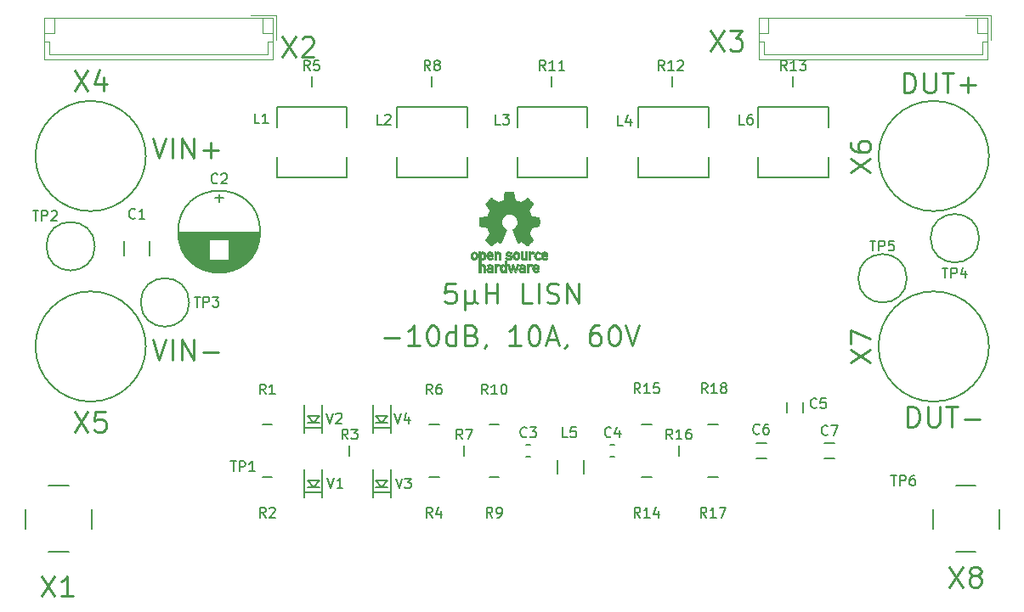
<source format=gbr>
G04 #@! TF.FileFunction,Legend,Top*
%FSLAX46Y46*%
G04 Gerber Fmt 4.6, Leading zero omitted, Abs format (unit mm)*
G04 Created by KiCad (PCBNEW 4.0.7) date 12/03/17 22:14:14*
%MOMM*%
%LPD*%
G01*
G04 APERTURE LIST*
%ADD10C,0.100000*%
%ADD11C,0.250000*%
%ADD12C,0.200000*%
%ADD13C,0.120000*%
%ADD14C,0.010000*%
%ADD15C,0.150000*%
G04 APERTURE END LIST*
D10*
D11*
X114171429Y-77604762D02*
X114838096Y-79604762D01*
X115504763Y-77604762D01*
X116171429Y-79604762D02*
X116171429Y-77604762D01*
X117123810Y-79604762D02*
X117123810Y-77604762D01*
X118266668Y-79604762D01*
X118266668Y-77604762D01*
X119219048Y-78842857D02*
X120742858Y-78842857D01*
X119980953Y-79604762D02*
X119980953Y-78080952D01*
X137228570Y-97542857D02*
X138752380Y-97542857D01*
X140752380Y-98304762D02*
X139609522Y-98304762D01*
X140180951Y-98304762D02*
X140180951Y-96304762D01*
X139990475Y-96590476D01*
X139799999Y-96780952D01*
X139609522Y-96876190D01*
X141990475Y-96304762D02*
X142180951Y-96304762D01*
X142371427Y-96400000D01*
X142466665Y-96495238D01*
X142561903Y-96685714D01*
X142657142Y-97066667D01*
X142657142Y-97542857D01*
X142561903Y-97923810D01*
X142466665Y-98114286D01*
X142371427Y-98209524D01*
X142180951Y-98304762D01*
X141990475Y-98304762D01*
X141799999Y-98209524D01*
X141704761Y-98114286D01*
X141609522Y-97923810D01*
X141514284Y-97542857D01*
X141514284Y-97066667D01*
X141609522Y-96685714D01*
X141704761Y-96495238D01*
X141799999Y-96400000D01*
X141990475Y-96304762D01*
X144371427Y-98304762D02*
X144371427Y-96304762D01*
X144371427Y-98209524D02*
X144180951Y-98304762D01*
X143799999Y-98304762D01*
X143609523Y-98209524D01*
X143514284Y-98114286D01*
X143419046Y-97923810D01*
X143419046Y-97352381D01*
X143514284Y-97161905D01*
X143609523Y-97066667D01*
X143799999Y-96971429D01*
X144180951Y-96971429D01*
X144371427Y-97066667D01*
X145990475Y-97257143D02*
X146276189Y-97352381D01*
X146371428Y-97447619D01*
X146466666Y-97638095D01*
X146466666Y-97923810D01*
X146371428Y-98114286D01*
X146276189Y-98209524D01*
X146085713Y-98304762D01*
X145323808Y-98304762D01*
X145323808Y-96304762D01*
X145990475Y-96304762D01*
X146180951Y-96400000D01*
X146276189Y-96495238D01*
X146371428Y-96685714D01*
X146371428Y-96876190D01*
X146276189Y-97066667D01*
X146180951Y-97161905D01*
X145990475Y-97257143D01*
X145323808Y-97257143D01*
X147419047Y-98209524D02*
X147419047Y-98304762D01*
X147323808Y-98495238D01*
X147228570Y-98590476D01*
X150847619Y-98304762D02*
X149704761Y-98304762D01*
X150276190Y-98304762D02*
X150276190Y-96304762D01*
X150085714Y-96590476D01*
X149895238Y-96780952D01*
X149704761Y-96876190D01*
X152085714Y-96304762D02*
X152276190Y-96304762D01*
X152466666Y-96400000D01*
X152561904Y-96495238D01*
X152657142Y-96685714D01*
X152752381Y-97066667D01*
X152752381Y-97542857D01*
X152657142Y-97923810D01*
X152561904Y-98114286D01*
X152466666Y-98209524D01*
X152276190Y-98304762D01*
X152085714Y-98304762D01*
X151895238Y-98209524D01*
X151800000Y-98114286D01*
X151704761Y-97923810D01*
X151609523Y-97542857D01*
X151609523Y-97066667D01*
X151704761Y-96685714D01*
X151800000Y-96495238D01*
X151895238Y-96400000D01*
X152085714Y-96304762D01*
X153514285Y-97733333D02*
X154466666Y-97733333D01*
X153323809Y-98304762D02*
X153990476Y-96304762D01*
X154657143Y-98304762D01*
X155419048Y-98209524D02*
X155419048Y-98304762D01*
X155323809Y-98495238D01*
X155228571Y-98590476D01*
X158657143Y-96304762D02*
X158276191Y-96304762D01*
X158085715Y-96400000D01*
X157990477Y-96495238D01*
X157800000Y-96780952D01*
X157704762Y-97161905D01*
X157704762Y-97923810D01*
X157800000Y-98114286D01*
X157895239Y-98209524D01*
X158085715Y-98304762D01*
X158466667Y-98304762D01*
X158657143Y-98209524D01*
X158752381Y-98114286D01*
X158847620Y-97923810D01*
X158847620Y-97447619D01*
X158752381Y-97257143D01*
X158657143Y-97161905D01*
X158466667Y-97066667D01*
X158085715Y-97066667D01*
X157895239Y-97161905D01*
X157800000Y-97257143D01*
X157704762Y-97447619D01*
X160085715Y-96304762D02*
X160276191Y-96304762D01*
X160466667Y-96400000D01*
X160561905Y-96495238D01*
X160657143Y-96685714D01*
X160752382Y-97066667D01*
X160752382Y-97542857D01*
X160657143Y-97923810D01*
X160561905Y-98114286D01*
X160466667Y-98209524D01*
X160276191Y-98304762D01*
X160085715Y-98304762D01*
X159895239Y-98209524D01*
X159800001Y-98114286D01*
X159704762Y-97923810D01*
X159609524Y-97542857D01*
X159609524Y-97066667D01*
X159704762Y-96685714D01*
X159800001Y-96495238D01*
X159895239Y-96400000D01*
X160085715Y-96304762D01*
X161323810Y-96304762D02*
X161990477Y-98304762D01*
X162657144Y-96304762D01*
X144333333Y-92104762D02*
X143380952Y-92104762D01*
X143285714Y-93057143D01*
X143380952Y-92961905D01*
X143571429Y-92866667D01*
X144047619Y-92866667D01*
X144238095Y-92961905D01*
X144333333Y-93057143D01*
X144428572Y-93247619D01*
X144428572Y-93723810D01*
X144333333Y-93914286D01*
X144238095Y-94009524D01*
X144047619Y-94104762D01*
X143571429Y-94104762D01*
X143380952Y-94009524D01*
X143285714Y-93914286D01*
X145285714Y-92771429D02*
X145285714Y-94771429D01*
X146238095Y-93819048D02*
X146333334Y-94009524D01*
X146523810Y-94104762D01*
X145285714Y-93819048D02*
X145380953Y-94009524D01*
X145571429Y-94104762D01*
X145952381Y-94104762D01*
X146142857Y-94009524D01*
X146238095Y-93819048D01*
X146238095Y-92771429D01*
X147380952Y-94104762D02*
X147380952Y-92104762D01*
X147380952Y-93057143D02*
X148523810Y-93057143D01*
X148523810Y-94104762D02*
X148523810Y-92104762D01*
X151952381Y-94104762D02*
X151000000Y-94104762D01*
X151000000Y-92104762D01*
X152619048Y-94104762D02*
X152619048Y-92104762D01*
X153476191Y-94009524D02*
X153761906Y-94104762D01*
X154238096Y-94104762D01*
X154428572Y-94009524D01*
X154523810Y-93914286D01*
X154619049Y-93723810D01*
X154619049Y-93533333D01*
X154523810Y-93342857D01*
X154428572Y-93247619D01*
X154238096Y-93152381D01*
X153857144Y-93057143D01*
X153666668Y-92961905D01*
X153571429Y-92866667D01*
X153476191Y-92676190D01*
X153476191Y-92485714D01*
X153571429Y-92295238D01*
X153666668Y-92200000D01*
X153857144Y-92104762D01*
X154333334Y-92104762D01*
X154619049Y-92200000D01*
X155476191Y-94104762D02*
X155476191Y-92104762D01*
X156619049Y-94104762D01*
X156619049Y-92104762D01*
X189428571Y-106404762D02*
X189428571Y-104404762D01*
X189904762Y-104404762D01*
X190190476Y-104500000D01*
X190380952Y-104690476D01*
X190476191Y-104880952D01*
X190571429Y-105261905D01*
X190571429Y-105547619D01*
X190476191Y-105928571D01*
X190380952Y-106119048D01*
X190190476Y-106309524D01*
X189904762Y-106404762D01*
X189428571Y-106404762D01*
X191428571Y-104404762D02*
X191428571Y-106023810D01*
X191523810Y-106214286D01*
X191619048Y-106309524D01*
X191809524Y-106404762D01*
X192190476Y-106404762D01*
X192380952Y-106309524D01*
X192476191Y-106214286D01*
X192571429Y-106023810D01*
X192571429Y-104404762D01*
X193238095Y-104404762D02*
X194380952Y-104404762D01*
X193809524Y-106404762D02*
X193809524Y-104404762D01*
X195047619Y-105642857D02*
X196571429Y-105642857D01*
X189028571Y-73104762D02*
X189028571Y-71104762D01*
X189504762Y-71104762D01*
X189790476Y-71200000D01*
X189980952Y-71390476D01*
X190076191Y-71580952D01*
X190171429Y-71961905D01*
X190171429Y-72247619D01*
X190076191Y-72628571D01*
X189980952Y-72819048D01*
X189790476Y-73009524D01*
X189504762Y-73104762D01*
X189028571Y-73104762D01*
X191028571Y-71104762D02*
X191028571Y-72723810D01*
X191123810Y-72914286D01*
X191219048Y-73009524D01*
X191409524Y-73104762D01*
X191790476Y-73104762D01*
X191980952Y-73009524D01*
X192076191Y-72914286D01*
X192171429Y-72723810D01*
X192171429Y-71104762D01*
X192838095Y-71104762D02*
X193980952Y-71104762D01*
X193409524Y-73104762D02*
X193409524Y-71104762D01*
X194647619Y-72342857D02*
X196171429Y-72342857D01*
X195409524Y-73104762D02*
X195409524Y-71580952D01*
X114171429Y-97704762D02*
X114838096Y-99704762D01*
X115504763Y-97704762D01*
X116171429Y-99704762D02*
X116171429Y-97704762D01*
X117123810Y-99704762D02*
X117123810Y-97704762D01*
X118266668Y-99704762D01*
X118266668Y-97704762D01*
X119219048Y-98942857D02*
X120742858Y-98942857D01*
X114171429Y-77604762D02*
X114838096Y-79604762D01*
X115504763Y-77604762D01*
X116171429Y-79604762D02*
X116171429Y-77604762D01*
X117123810Y-79604762D02*
X117123810Y-77604762D01*
X118266668Y-79604762D01*
X118266668Y-77604762D01*
X119219048Y-78842857D02*
X120742858Y-78842857D01*
X119980953Y-79604762D02*
X119980953Y-78080952D01*
D12*
X111300000Y-89300000D02*
X111300000Y-87900000D01*
X113900000Y-87900000D02*
X113900000Y-89300000D01*
X124890000Y-86950000D02*
G75*
G03X124890000Y-86950000I-4090000J0D01*
G01*
D13*
X124850000Y-86950000D02*
X116750000Y-86950000D01*
X124850000Y-86990000D02*
X116750000Y-86990000D01*
X124850000Y-87030000D02*
X116750000Y-87030000D01*
X124849000Y-87070000D02*
X116751000Y-87070000D01*
X124847000Y-87110000D02*
X116753000Y-87110000D01*
X124846000Y-87150000D02*
X116754000Y-87150000D01*
X124843000Y-87190000D02*
X116757000Y-87190000D01*
X124841000Y-87230000D02*
X116759000Y-87230000D01*
X124838000Y-87270000D02*
X116762000Y-87270000D01*
X124835000Y-87310000D02*
X116765000Y-87310000D01*
X124831000Y-87350000D02*
X116769000Y-87350000D01*
X124827000Y-87390000D02*
X116773000Y-87390000D01*
X124822000Y-87430000D02*
X116778000Y-87430000D01*
X124817000Y-87470000D02*
X116783000Y-87470000D01*
X124812000Y-87510000D02*
X116788000Y-87510000D01*
X124806000Y-87550000D02*
X116794000Y-87550000D01*
X124800000Y-87590000D02*
X116800000Y-87590000D01*
X124794000Y-87630000D02*
X116806000Y-87630000D01*
X124787000Y-87671000D02*
X116813000Y-87671000D01*
X124779000Y-87711000D02*
X116821000Y-87711000D01*
X124771000Y-87751000D02*
X121780000Y-87751000D01*
X119820000Y-87751000D02*
X116829000Y-87751000D01*
X124763000Y-87791000D02*
X121780000Y-87791000D01*
X119820000Y-87791000D02*
X116837000Y-87791000D01*
X124755000Y-87831000D02*
X121780000Y-87831000D01*
X119820000Y-87831000D02*
X116845000Y-87831000D01*
X124746000Y-87871000D02*
X121780000Y-87871000D01*
X119820000Y-87871000D02*
X116854000Y-87871000D01*
X124736000Y-87911000D02*
X121780000Y-87911000D01*
X119820000Y-87911000D02*
X116864000Y-87911000D01*
X124726000Y-87951000D02*
X121780000Y-87951000D01*
X119820000Y-87951000D02*
X116874000Y-87951000D01*
X124716000Y-87991000D02*
X121780000Y-87991000D01*
X119820000Y-87991000D02*
X116884000Y-87991000D01*
X124705000Y-88031000D02*
X121780000Y-88031000D01*
X119820000Y-88031000D02*
X116895000Y-88031000D01*
X124694000Y-88071000D02*
X121780000Y-88071000D01*
X119820000Y-88071000D02*
X116906000Y-88071000D01*
X124683000Y-88111000D02*
X121780000Y-88111000D01*
X119820000Y-88111000D02*
X116917000Y-88111000D01*
X124670000Y-88151000D02*
X121780000Y-88151000D01*
X119820000Y-88151000D02*
X116930000Y-88151000D01*
X124658000Y-88191000D02*
X121780000Y-88191000D01*
X119820000Y-88191000D02*
X116942000Y-88191000D01*
X124645000Y-88231000D02*
X121780000Y-88231000D01*
X119820000Y-88231000D02*
X116955000Y-88231000D01*
X124632000Y-88271000D02*
X121780000Y-88271000D01*
X119820000Y-88271000D02*
X116968000Y-88271000D01*
X124618000Y-88311000D02*
X121780000Y-88311000D01*
X119820000Y-88311000D02*
X116982000Y-88311000D01*
X124603000Y-88351000D02*
X121780000Y-88351000D01*
X119820000Y-88351000D02*
X116997000Y-88351000D01*
X124589000Y-88391000D02*
X121780000Y-88391000D01*
X119820000Y-88391000D02*
X117011000Y-88391000D01*
X124573000Y-88431000D02*
X121780000Y-88431000D01*
X119820000Y-88431000D02*
X117027000Y-88431000D01*
X124558000Y-88471000D02*
X121780000Y-88471000D01*
X119820000Y-88471000D02*
X117042000Y-88471000D01*
X124541000Y-88511000D02*
X121780000Y-88511000D01*
X119820000Y-88511000D02*
X117059000Y-88511000D01*
X124525000Y-88551000D02*
X121780000Y-88551000D01*
X119820000Y-88551000D02*
X117075000Y-88551000D01*
X124507000Y-88591000D02*
X121780000Y-88591000D01*
X119820000Y-88591000D02*
X117093000Y-88591000D01*
X124490000Y-88631000D02*
X121780000Y-88631000D01*
X119820000Y-88631000D02*
X117110000Y-88631000D01*
X124471000Y-88671000D02*
X121780000Y-88671000D01*
X119820000Y-88671000D02*
X117129000Y-88671000D01*
X124452000Y-88711000D02*
X121780000Y-88711000D01*
X119820000Y-88711000D02*
X117148000Y-88711000D01*
X124433000Y-88751000D02*
X121780000Y-88751000D01*
X119820000Y-88751000D02*
X117167000Y-88751000D01*
X124413000Y-88791000D02*
X121780000Y-88791000D01*
X119820000Y-88791000D02*
X117187000Y-88791000D01*
X124393000Y-88831000D02*
X121780000Y-88831000D01*
X119820000Y-88831000D02*
X117207000Y-88831000D01*
X124372000Y-88871000D02*
X121780000Y-88871000D01*
X119820000Y-88871000D02*
X117228000Y-88871000D01*
X124350000Y-88911000D02*
X121780000Y-88911000D01*
X119820000Y-88911000D02*
X117250000Y-88911000D01*
X124328000Y-88951000D02*
X121780000Y-88951000D01*
X119820000Y-88951000D02*
X117272000Y-88951000D01*
X124305000Y-88991000D02*
X121780000Y-88991000D01*
X119820000Y-88991000D02*
X117295000Y-88991000D01*
X124282000Y-89031000D02*
X121780000Y-89031000D01*
X119820000Y-89031000D02*
X117318000Y-89031000D01*
X124258000Y-89071000D02*
X121780000Y-89071000D01*
X119820000Y-89071000D02*
X117342000Y-89071000D01*
X124234000Y-89111000D02*
X121780000Y-89111000D01*
X119820000Y-89111000D02*
X117366000Y-89111000D01*
X124208000Y-89151000D02*
X121780000Y-89151000D01*
X119820000Y-89151000D02*
X117392000Y-89151000D01*
X124183000Y-89191000D02*
X121780000Y-89191000D01*
X119820000Y-89191000D02*
X117417000Y-89191000D01*
X124156000Y-89231000D02*
X121780000Y-89231000D01*
X119820000Y-89231000D02*
X117444000Y-89231000D01*
X124129000Y-89271000D02*
X121780000Y-89271000D01*
X119820000Y-89271000D02*
X117471000Y-89271000D01*
X124101000Y-89311000D02*
X121780000Y-89311000D01*
X119820000Y-89311000D02*
X117499000Y-89311000D01*
X124072000Y-89351000D02*
X121780000Y-89351000D01*
X119820000Y-89351000D02*
X117528000Y-89351000D01*
X124043000Y-89391000D02*
X121780000Y-89391000D01*
X119820000Y-89391000D02*
X117557000Y-89391000D01*
X124013000Y-89431000D02*
X121780000Y-89431000D01*
X119820000Y-89431000D02*
X117587000Y-89431000D01*
X123982000Y-89471000D02*
X121780000Y-89471000D01*
X119820000Y-89471000D02*
X117618000Y-89471000D01*
X123950000Y-89511000D02*
X121780000Y-89511000D01*
X119820000Y-89511000D02*
X117650000Y-89511000D01*
X123918000Y-89551000D02*
X121780000Y-89551000D01*
X119820000Y-89551000D02*
X117682000Y-89551000D01*
X123884000Y-89591000D02*
X121780000Y-89591000D01*
X119820000Y-89591000D02*
X117716000Y-89591000D01*
X123850000Y-89631000D02*
X121780000Y-89631000D01*
X119820000Y-89631000D02*
X117750000Y-89631000D01*
X123815000Y-89671000D02*
X121780000Y-89671000D01*
X119820000Y-89671000D02*
X117785000Y-89671000D01*
X123779000Y-89711000D02*
X117821000Y-89711000D01*
X123742000Y-89751000D02*
X117858000Y-89751000D01*
X123704000Y-89791000D02*
X117896000Y-89791000D01*
X123665000Y-89831000D02*
X117935000Y-89831000D01*
X123624000Y-89871000D02*
X117976000Y-89871000D01*
X123583000Y-89911000D02*
X118017000Y-89911000D01*
X123540000Y-89951000D02*
X118060000Y-89951000D01*
X123497000Y-89991000D02*
X118103000Y-89991000D01*
X123452000Y-90031000D02*
X118148000Y-90031000D01*
X123405000Y-90071000D02*
X118195000Y-90071000D01*
X123357000Y-90111000D02*
X118243000Y-90111000D01*
X123308000Y-90151000D02*
X118292000Y-90151000D01*
X123257000Y-90191000D02*
X118343000Y-90191000D01*
X123204000Y-90231000D02*
X118396000Y-90231000D01*
X123149000Y-90271000D02*
X118451000Y-90271000D01*
X123093000Y-90311000D02*
X118507000Y-90311000D01*
X123034000Y-90351000D02*
X118566000Y-90351000D01*
X122973000Y-90391000D02*
X118627000Y-90391000D01*
X122909000Y-90431000D02*
X118691000Y-90431000D01*
X122843000Y-90471000D02*
X118757000Y-90471000D01*
X122774000Y-90511000D02*
X118826000Y-90511000D01*
X122702000Y-90551000D02*
X118898000Y-90551000D01*
X122626000Y-90591000D02*
X118974000Y-90591000D01*
X122545000Y-90631000D02*
X119055000Y-90631000D01*
X122460000Y-90671000D02*
X119140000Y-90671000D01*
X122370000Y-90711000D02*
X119230000Y-90711000D01*
X122273000Y-90751000D02*
X119327000Y-90751000D01*
X122169000Y-90791000D02*
X119431000Y-90791000D01*
X122054000Y-90831000D02*
X119546000Y-90831000D01*
X121927000Y-90871000D02*
X119673000Y-90871000D01*
X121783000Y-90911000D02*
X119817000Y-90911000D01*
X121614000Y-90951000D02*
X119986000Y-90951000D01*
X121398000Y-90991000D02*
X120202000Y-90991000D01*
X121046000Y-91031000D02*
X120554000Y-91031000D01*
D12*
X120800000Y-83200000D02*
X120800000Y-84000000D01*
X121200000Y-83600000D02*
X120400000Y-83600000D01*
X151800000Y-108200000D02*
X151400000Y-108200000D01*
X151800000Y-109400000D02*
X151400000Y-109400000D01*
X160200000Y-108200000D02*
X159800000Y-108200000D01*
X160200000Y-109400000D02*
X159800000Y-109400000D01*
X177400000Y-104000000D02*
X177400000Y-105000000D01*
X179000000Y-104000000D02*
X179000000Y-105000000D01*
X175300000Y-108000000D02*
X174300000Y-108000000D01*
X175300000Y-109600000D02*
X174300000Y-109600000D01*
X126550000Y-81500000D02*
X126550000Y-79500000D01*
X126550000Y-74500000D02*
X126550000Y-76500000D01*
X133550000Y-74500000D02*
X133550000Y-76500000D01*
X133550000Y-81500000D02*
X133550000Y-79500000D01*
X133550000Y-74500000D02*
X126550000Y-74500000D01*
X133550000Y-81500000D02*
X126550000Y-81500000D01*
X138550000Y-81500000D02*
X138550000Y-79500000D01*
X138550000Y-74500000D02*
X138550000Y-76500000D01*
X145550000Y-74500000D02*
X145550000Y-76500000D01*
X145550000Y-81500000D02*
X145550000Y-79500000D01*
X145550000Y-74500000D02*
X138550000Y-74500000D01*
X145550000Y-81500000D02*
X138550000Y-81500000D01*
X150500000Y-81500000D02*
X150500000Y-79500000D01*
X150500000Y-74500000D02*
X150500000Y-76500000D01*
X157500000Y-74500000D02*
X157500000Y-76500000D01*
X157500000Y-81500000D02*
X157500000Y-79500000D01*
X157500000Y-74500000D02*
X150500000Y-74500000D01*
X157500000Y-81500000D02*
X150500000Y-81500000D01*
X162550000Y-81500000D02*
X162550000Y-79500000D01*
X162550000Y-74500000D02*
X162550000Y-76500000D01*
X169550000Y-74500000D02*
X169550000Y-76500000D01*
X169550000Y-81500000D02*
X169550000Y-79500000D01*
X169550000Y-74500000D02*
X162550000Y-74500000D01*
X169550000Y-81500000D02*
X162550000Y-81500000D01*
X154500000Y-111100000D02*
X154500000Y-109700000D01*
X157100000Y-109700000D02*
X157100000Y-111100000D01*
X174500000Y-81500000D02*
X174500000Y-79500000D01*
X174500000Y-74500000D02*
X174500000Y-76500000D01*
X181500000Y-74500000D02*
X181500000Y-76500000D01*
X181500000Y-81500000D02*
X181500000Y-79500000D01*
X181500000Y-74500000D02*
X174500000Y-74500000D01*
X181500000Y-81500000D02*
X174500000Y-81500000D01*
X125100000Y-106200000D02*
X126100000Y-106200000D01*
X126100000Y-111400000D02*
X125100000Y-111400000D01*
X133800000Y-109300000D02*
X133800000Y-108300000D01*
X142700000Y-111400000D02*
X141700000Y-111400000D01*
X130000000Y-72500000D02*
X130000000Y-71500000D01*
X141700000Y-106200000D02*
X142700000Y-106200000D01*
X145200000Y-109300000D02*
X145200000Y-108300000D01*
X141950000Y-72500000D02*
X141950000Y-71500000D01*
X148700000Y-111400000D02*
X147700000Y-111400000D01*
X147700000Y-106200000D02*
X148700000Y-106200000D01*
X153950000Y-72500000D02*
X153950000Y-71500000D01*
X165950000Y-72500000D02*
X165950000Y-71500000D01*
X178000000Y-72500000D02*
X178000000Y-71500000D01*
X163900000Y-111400000D02*
X162900000Y-111400000D01*
X162900000Y-106200000D02*
X163900000Y-106200000D01*
X166600000Y-109300000D02*
X166600000Y-108300000D01*
X170500000Y-111400000D02*
X169500000Y-111400000D01*
X169500000Y-106200000D02*
X170500000Y-106200000D01*
X129300000Y-112950000D02*
X131100000Y-112950000D01*
X131100000Y-113450000D02*
X131100000Y-110650000D01*
X129300000Y-110650000D02*
X129300000Y-113450000D01*
X129600000Y-111750000D02*
X130800000Y-111750000D01*
X130200000Y-112450000D02*
X129600000Y-111750000D01*
X130200000Y-112450000D02*
X130800000Y-111750000D01*
X129600000Y-112450000D02*
X130800000Y-112450000D01*
X129300000Y-106500000D02*
X131100000Y-106500000D01*
X131100000Y-107000000D02*
X131100000Y-104200000D01*
X129300000Y-104200000D02*
X129300000Y-107000000D01*
X129600000Y-105300000D02*
X130800000Y-105300000D01*
X130200000Y-106000000D02*
X129600000Y-105300000D01*
X130200000Y-106000000D02*
X130800000Y-105300000D01*
X129600000Y-106000000D02*
X130800000Y-106000000D01*
X136100000Y-112950000D02*
X137900000Y-112950000D01*
X137900000Y-113450000D02*
X137900000Y-110650000D01*
X136100000Y-110650000D02*
X136100000Y-113450000D01*
X136400000Y-111750000D02*
X137600000Y-111750000D01*
X137000000Y-112450000D02*
X136400000Y-111750000D01*
X137000000Y-112450000D02*
X137600000Y-111750000D01*
X136400000Y-112450000D02*
X137600000Y-112450000D01*
X136100000Y-106500000D02*
X137900000Y-106500000D01*
X137900000Y-107000000D02*
X137900000Y-104200000D01*
X136100000Y-104200000D02*
X136100000Y-107000000D01*
X136400000Y-105300000D02*
X137600000Y-105300000D01*
X137000000Y-106000000D02*
X136400000Y-105300000D01*
X137000000Y-106000000D02*
X137600000Y-105300000D01*
X136400000Y-106000000D02*
X137600000Y-106000000D01*
X103800000Y-112300000D02*
X105800000Y-112300000D01*
X103800000Y-118900000D02*
X105800000Y-118900000D01*
X108100000Y-114600000D02*
X108100000Y-116600000D01*
X101500000Y-114600000D02*
X101500000Y-116600000D01*
D13*
X126150000Y-69750000D02*
X126150000Y-65650000D01*
X126150000Y-65650000D02*
X103350000Y-65650000D01*
X103350000Y-65650000D02*
X103350000Y-69750000D01*
X103350000Y-69750000D02*
X126150000Y-69750000D01*
X126150000Y-68000000D02*
X125650000Y-68000000D01*
X125650000Y-68000000D02*
X125650000Y-69250000D01*
X125650000Y-69250000D02*
X103850000Y-69250000D01*
X103850000Y-69250000D02*
X103850000Y-68000000D01*
X103850000Y-68000000D02*
X103350000Y-68000000D01*
X126150000Y-67150000D02*
X125150000Y-67150000D01*
X125150000Y-67150000D02*
X125150000Y-65650000D01*
X103350000Y-67150000D02*
X104350000Y-67150000D01*
X104350000Y-67150000D02*
X104350000Y-65650000D01*
X126450000Y-67850000D02*
X126450000Y-65350000D01*
X126450000Y-65350000D02*
X123950000Y-65350000D01*
X197350000Y-69750000D02*
X197350000Y-65650000D01*
X197350000Y-65650000D02*
X174550000Y-65650000D01*
X174550000Y-65650000D02*
X174550000Y-69750000D01*
X174550000Y-69750000D02*
X197350000Y-69750000D01*
X197350000Y-68000000D02*
X196850000Y-68000000D01*
X196850000Y-68000000D02*
X196850000Y-69250000D01*
X196850000Y-69250000D02*
X175050000Y-69250000D01*
X175050000Y-69250000D02*
X175050000Y-68000000D01*
X175050000Y-68000000D02*
X174550000Y-68000000D01*
X197350000Y-67150000D02*
X196350000Y-67150000D01*
X196350000Y-67150000D02*
X196350000Y-65650000D01*
X174550000Y-67150000D02*
X175550000Y-67150000D01*
X175550000Y-67150000D02*
X175550000Y-65650000D01*
X197650000Y-67850000D02*
X197650000Y-65350000D01*
X197650000Y-65350000D02*
X195150000Y-65350000D01*
D12*
X113500000Y-79400000D02*
G75*
G03X113500000Y-79400000I-5500000J0D01*
G01*
X113500000Y-98400000D02*
G75*
G03X113500000Y-98400000I-5500000J0D01*
G01*
X197500000Y-79400000D02*
G75*
G03X197500000Y-79400000I-5500000J0D01*
G01*
X197500000Y-98400000D02*
G75*
G03X197500000Y-98400000I-5500000J0D01*
G01*
X108418677Y-88400000D02*
G75*
G03X108418677Y-88400000I-2418677J0D01*
G01*
X117818677Y-94000000D02*
G75*
G03X117818677Y-94000000I-2418677J0D01*
G01*
X196518677Y-87600000D02*
G75*
G03X196518677Y-87600000I-2418677J0D01*
G01*
X189318677Y-91600000D02*
G75*
G03X189318677Y-91600000I-2418677J0D01*
G01*
D14*
G36*
X147163360Y-88952468D02*
X147198592Y-88969874D01*
X147242040Y-89000206D01*
X147273706Y-89033283D01*
X147295394Y-89074817D01*
X147308903Y-89130522D01*
X147316038Y-89206111D01*
X147318600Y-89307296D01*
X147318750Y-89350797D01*
X147318312Y-89446135D01*
X147316496Y-89514271D01*
X147312545Y-89561418D01*
X147305702Y-89593790D01*
X147295211Y-89617600D01*
X147284296Y-89633843D01*
X147214619Y-89702952D01*
X147132566Y-89744521D01*
X147044050Y-89757023D01*
X146954981Y-89738934D01*
X146926763Y-89726142D01*
X146859210Y-89690931D01*
X146859210Y-90242700D01*
X146908512Y-90217205D01*
X146973473Y-90197480D01*
X147053320Y-90192427D01*
X147133052Y-90201756D01*
X147193265Y-90222714D01*
X147243208Y-90262627D01*
X147285881Y-90319741D01*
X147289090Y-90325605D01*
X147302622Y-90353227D01*
X147312505Y-90381068D01*
X147319309Y-90414794D01*
X147323601Y-90460071D01*
X147325951Y-90522562D01*
X147326928Y-90607935D01*
X147327105Y-90704010D01*
X147327105Y-91010526D01*
X147143289Y-91010526D01*
X147143289Y-90445339D01*
X147091875Y-90402077D01*
X147038466Y-90367472D01*
X146987888Y-90361180D01*
X146937030Y-90377372D01*
X146909925Y-90393227D01*
X146889751Y-90415810D01*
X146875403Y-90449940D01*
X146865776Y-90500434D01*
X146859763Y-90572111D01*
X146856260Y-90669788D01*
X146855026Y-90734802D01*
X146850855Y-91002171D01*
X146763125Y-91007222D01*
X146675394Y-91012273D01*
X146675394Y-89353101D01*
X146859210Y-89353101D01*
X146863896Y-89445600D01*
X146879688Y-89509809D01*
X146909183Y-89549759D01*
X146954980Y-89569480D01*
X147001250Y-89573421D01*
X147053628Y-89568892D01*
X147088390Y-89551069D01*
X147110128Y-89527519D01*
X147127240Y-89502189D01*
X147137427Y-89473969D01*
X147141960Y-89434431D01*
X147142109Y-89375142D01*
X147140584Y-89325498D01*
X147137081Y-89250710D01*
X147131867Y-89201611D01*
X147123087Y-89170467D01*
X147108886Y-89149545D01*
X147095484Y-89137452D01*
X147039487Y-89111081D01*
X146973211Y-89106822D01*
X146935156Y-89115906D01*
X146897477Y-89148196D01*
X146872519Y-89211006D01*
X146860422Y-89303894D01*
X146859210Y-89353101D01*
X146675394Y-89353101D01*
X146675394Y-88938421D01*
X146767302Y-88938421D01*
X146822483Y-88940603D01*
X146850952Y-88948351D01*
X146859206Y-88963468D01*
X146859210Y-88963916D01*
X146863040Y-88978720D01*
X146879933Y-88977039D01*
X146913519Y-88960772D01*
X146991778Y-88935887D01*
X147079827Y-88933271D01*
X147163360Y-88952468D01*
X147163360Y-88952468D01*
G37*
X147163360Y-88952468D02*
X147198592Y-88969874D01*
X147242040Y-89000206D01*
X147273706Y-89033283D01*
X147295394Y-89074817D01*
X147308903Y-89130522D01*
X147316038Y-89206111D01*
X147318600Y-89307296D01*
X147318750Y-89350797D01*
X147318312Y-89446135D01*
X147316496Y-89514271D01*
X147312545Y-89561418D01*
X147305702Y-89593790D01*
X147295211Y-89617600D01*
X147284296Y-89633843D01*
X147214619Y-89702952D01*
X147132566Y-89744521D01*
X147044050Y-89757023D01*
X146954981Y-89738934D01*
X146926763Y-89726142D01*
X146859210Y-89690931D01*
X146859210Y-90242700D01*
X146908512Y-90217205D01*
X146973473Y-90197480D01*
X147053320Y-90192427D01*
X147133052Y-90201756D01*
X147193265Y-90222714D01*
X147243208Y-90262627D01*
X147285881Y-90319741D01*
X147289090Y-90325605D01*
X147302622Y-90353227D01*
X147312505Y-90381068D01*
X147319309Y-90414794D01*
X147323601Y-90460071D01*
X147325951Y-90522562D01*
X147326928Y-90607935D01*
X147327105Y-90704010D01*
X147327105Y-91010526D01*
X147143289Y-91010526D01*
X147143289Y-90445339D01*
X147091875Y-90402077D01*
X147038466Y-90367472D01*
X146987888Y-90361180D01*
X146937030Y-90377372D01*
X146909925Y-90393227D01*
X146889751Y-90415810D01*
X146875403Y-90449940D01*
X146865776Y-90500434D01*
X146859763Y-90572111D01*
X146856260Y-90669788D01*
X146855026Y-90734802D01*
X146850855Y-91002171D01*
X146763125Y-91007222D01*
X146675394Y-91012273D01*
X146675394Y-89353101D01*
X146859210Y-89353101D01*
X146863896Y-89445600D01*
X146879688Y-89509809D01*
X146909183Y-89549759D01*
X146954980Y-89569480D01*
X147001250Y-89573421D01*
X147053628Y-89568892D01*
X147088390Y-89551069D01*
X147110128Y-89527519D01*
X147127240Y-89502189D01*
X147137427Y-89473969D01*
X147141960Y-89434431D01*
X147142109Y-89375142D01*
X147140584Y-89325498D01*
X147137081Y-89250710D01*
X147131867Y-89201611D01*
X147123087Y-89170467D01*
X147108886Y-89149545D01*
X147095484Y-89137452D01*
X147039487Y-89111081D01*
X146973211Y-89106822D01*
X146935156Y-89115906D01*
X146897477Y-89148196D01*
X146872519Y-89211006D01*
X146860422Y-89303894D01*
X146859210Y-89353101D01*
X146675394Y-89353101D01*
X146675394Y-88938421D01*
X146767302Y-88938421D01*
X146822483Y-88940603D01*
X146850952Y-88948351D01*
X146859206Y-88963468D01*
X146859210Y-88963916D01*
X146863040Y-88978720D01*
X146879933Y-88977039D01*
X146913519Y-88960772D01*
X146991778Y-88935887D01*
X147079827Y-88933271D01*
X147163360Y-88952468D01*
G36*
X147860457Y-90198184D02*
X147939070Y-90219160D01*
X147998916Y-90257180D01*
X148041147Y-90306978D01*
X148054275Y-90328230D01*
X148063968Y-90350492D01*
X148070744Y-90378970D01*
X148075123Y-90418871D01*
X148077624Y-90475401D01*
X148078768Y-90553767D01*
X148079072Y-90659176D01*
X148079078Y-90687142D01*
X148079078Y-91010526D01*
X147998868Y-91010526D01*
X147947706Y-91006943D01*
X147909877Y-90997866D01*
X147900399Y-90992268D01*
X147874488Y-90982606D01*
X147848024Y-90992268D01*
X147804452Y-91004330D01*
X147741160Y-91009185D01*
X147671010Y-91007078D01*
X147606860Y-90998256D01*
X147569407Y-90986937D01*
X147496933Y-90940412D01*
X147451640Y-90875846D01*
X147431278Y-90790000D01*
X147431088Y-90787796D01*
X147432875Y-90749713D01*
X147594473Y-90749713D01*
X147608601Y-90793030D01*
X147631612Y-90817408D01*
X147677804Y-90835845D01*
X147738775Y-90843205D01*
X147800949Y-90839583D01*
X147850751Y-90825074D01*
X147864703Y-90815765D01*
X147889085Y-90772753D01*
X147895263Y-90723857D01*
X147895263Y-90659605D01*
X147802818Y-90659605D01*
X147714995Y-90666366D01*
X147648418Y-90685520D01*
X147607002Y-90715376D01*
X147594473Y-90749713D01*
X147432875Y-90749713D01*
X147435490Y-90694004D01*
X147466424Y-90619847D01*
X147524581Y-90563767D01*
X147532620Y-90558665D01*
X147567163Y-90542055D01*
X147609918Y-90531996D01*
X147669686Y-90527107D01*
X147740690Y-90525983D01*
X147895263Y-90525921D01*
X147895263Y-90461125D01*
X147888706Y-90410850D01*
X147871975Y-90377169D01*
X147870016Y-90375376D01*
X147832783Y-90360642D01*
X147776580Y-90354931D01*
X147714467Y-90357737D01*
X147659510Y-90368556D01*
X147626899Y-90384782D01*
X147609228Y-90397780D01*
X147590569Y-90400262D01*
X147564819Y-90389613D01*
X147525873Y-90363218D01*
X147467630Y-90318465D01*
X147462284Y-90314273D01*
X147465023Y-90298760D01*
X147487876Y-90272960D01*
X147522609Y-90244289D01*
X147560990Y-90220166D01*
X147573048Y-90214470D01*
X147617034Y-90203103D01*
X147681487Y-90194995D01*
X147753497Y-90191743D01*
X147756864Y-90191736D01*
X147860457Y-90198184D01*
X147860457Y-90198184D01*
G37*
X147860457Y-90198184D02*
X147939070Y-90219160D01*
X147998916Y-90257180D01*
X148041147Y-90306978D01*
X148054275Y-90328230D01*
X148063968Y-90350492D01*
X148070744Y-90378970D01*
X148075123Y-90418871D01*
X148077624Y-90475401D01*
X148078768Y-90553767D01*
X148079072Y-90659176D01*
X148079078Y-90687142D01*
X148079078Y-91010526D01*
X147998868Y-91010526D01*
X147947706Y-91006943D01*
X147909877Y-90997866D01*
X147900399Y-90992268D01*
X147874488Y-90982606D01*
X147848024Y-90992268D01*
X147804452Y-91004330D01*
X147741160Y-91009185D01*
X147671010Y-91007078D01*
X147606860Y-90998256D01*
X147569407Y-90986937D01*
X147496933Y-90940412D01*
X147451640Y-90875846D01*
X147431278Y-90790000D01*
X147431088Y-90787796D01*
X147432875Y-90749713D01*
X147594473Y-90749713D01*
X147608601Y-90793030D01*
X147631612Y-90817408D01*
X147677804Y-90835845D01*
X147738775Y-90843205D01*
X147800949Y-90839583D01*
X147850751Y-90825074D01*
X147864703Y-90815765D01*
X147889085Y-90772753D01*
X147895263Y-90723857D01*
X147895263Y-90659605D01*
X147802818Y-90659605D01*
X147714995Y-90666366D01*
X147648418Y-90685520D01*
X147607002Y-90715376D01*
X147594473Y-90749713D01*
X147432875Y-90749713D01*
X147435490Y-90694004D01*
X147466424Y-90619847D01*
X147524581Y-90563767D01*
X147532620Y-90558665D01*
X147567163Y-90542055D01*
X147609918Y-90531996D01*
X147669686Y-90527107D01*
X147740690Y-90525983D01*
X147895263Y-90525921D01*
X147895263Y-90461125D01*
X147888706Y-90410850D01*
X147871975Y-90377169D01*
X147870016Y-90375376D01*
X147832783Y-90360642D01*
X147776580Y-90354931D01*
X147714467Y-90357737D01*
X147659510Y-90368556D01*
X147626899Y-90384782D01*
X147609228Y-90397780D01*
X147590569Y-90400262D01*
X147564819Y-90389613D01*
X147525873Y-90363218D01*
X147467630Y-90318465D01*
X147462284Y-90314273D01*
X147465023Y-90298760D01*
X147487876Y-90272960D01*
X147522609Y-90244289D01*
X147560990Y-90220166D01*
X147573048Y-90214470D01*
X147617034Y-90203103D01*
X147681487Y-90194995D01*
X147753497Y-90191743D01*
X147756864Y-90191736D01*
X147860457Y-90198184D01*
G36*
X148379881Y-90193486D02*
X148404888Y-90200982D01*
X148412950Y-90217451D01*
X148413289Y-90224886D01*
X148414736Y-90245594D01*
X148424698Y-90248845D01*
X148451612Y-90234648D01*
X148467598Y-90224948D01*
X148518033Y-90204175D01*
X148578272Y-90193904D01*
X148641434Y-90193114D01*
X148700637Y-90200786D01*
X148749002Y-90215898D01*
X148779646Y-90237432D01*
X148785689Y-90264366D01*
X148782639Y-90271660D01*
X148760406Y-90301937D01*
X148725930Y-90339175D01*
X148719694Y-90345195D01*
X148686833Y-90372875D01*
X148658480Y-90381818D01*
X148618827Y-90375576D01*
X148602942Y-90371429D01*
X148553509Y-90361467D01*
X148518752Y-90365947D01*
X148489400Y-90381746D01*
X148462513Y-90402949D01*
X148442710Y-90429614D01*
X148428948Y-90466827D01*
X148420184Y-90519673D01*
X148415374Y-90593237D01*
X148413474Y-90692605D01*
X148413289Y-90752601D01*
X148413289Y-91010526D01*
X148246184Y-91010526D01*
X148246184Y-90191710D01*
X148329736Y-90191710D01*
X148379881Y-90193486D01*
X148379881Y-90193486D01*
G37*
X148379881Y-90193486D02*
X148404888Y-90200982D01*
X148412950Y-90217451D01*
X148413289Y-90224886D01*
X148414736Y-90245594D01*
X148424698Y-90248845D01*
X148451612Y-90234648D01*
X148467598Y-90224948D01*
X148518033Y-90204175D01*
X148578272Y-90193904D01*
X148641434Y-90193114D01*
X148700637Y-90200786D01*
X148749002Y-90215898D01*
X148779646Y-90237432D01*
X148785689Y-90264366D01*
X148782639Y-90271660D01*
X148760406Y-90301937D01*
X148725930Y-90339175D01*
X148719694Y-90345195D01*
X148686833Y-90372875D01*
X148658480Y-90381818D01*
X148618827Y-90375576D01*
X148602942Y-90371429D01*
X148553509Y-90361467D01*
X148518752Y-90365947D01*
X148489400Y-90381746D01*
X148462513Y-90402949D01*
X148442710Y-90429614D01*
X148428948Y-90466827D01*
X148420184Y-90519673D01*
X148415374Y-90593237D01*
X148413474Y-90692605D01*
X148413289Y-90752601D01*
X148413289Y-91010526D01*
X148246184Y-91010526D01*
X148246184Y-90191710D01*
X148329736Y-90191710D01*
X148379881Y-90193486D01*
G36*
X149432631Y-91010526D02*
X149340723Y-91010526D01*
X149287377Y-91008962D01*
X149259593Y-91002485D01*
X149249590Y-90988418D01*
X149248815Y-90978906D01*
X149247128Y-90959832D01*
X149236490Y-90956174D01*
X149208535Y-90967932D01*
X149186795Y-90978906D01*
X149103332Y-91004911D01*
X149012604Y-91006416D01*
X148938842Y-90987021D01*
X148870154Y-90940165D01*
X148817794Y-90871004D01*
X148789122Y-90789427D01*
X148788392Y-90784866D01*
X148784132Y-90735101D01*
X148782014Y-90663659D01*
X148782184Y-90609626D01*
X148964720Y-90609626D01*
X148968949Y-90681441D01*
X148978568Y-90740634D01*
X148991590Y-90774060D01*
X149040856Y-90819740D01*
X149099350Y-90836115D01*
X149159671Y-90822873D01*
X149211217Y-90783373D01*
X149230738Y-90756807D01*
X149242152Y-90725106D01*
X149247498Y-90678832D01*
X149248815Y-90609328D01*
X149246458Y-90540499D01*
X149240233Y-90480026D01*
X149231408Y-90439556D01*
X149229937Y-90435929D01*
X149194347Y-90392802D01*
X149142400Y-90369124D01*
X149084278Y-90365301D01*
X149030160Y-90381738D01*
X148990226Y-90418840D01*
X148986083Y-90426222D01*
X148973116Y-90471239D01*
X148966052Y-90535967D01*
X148964720Y-90609626D01*
X148782184Y-90609626D01*
X148782271Y-90582230D01*
X148783472Y-90538405D01*
X148791645Y-90429988D01*
X148808630Y-90348588D01*
X148836887Y-90288412D01*
X148878872Y-90243666D01*
X148919632Y-90217400D01*
X148976581Y-90198935D01*
X149047411Y-90192602D01*
X149119941Y-90197760D01*
X149181986Y-90213769D01*
X149214768Y-90232920D01*
X149248815Y-90263732D01*
X149248815Y-89874210D01*
X149432631Y-89874210D01*
X149432631Y-91010526D01*
X149432631Y-91010526D01*
G37*
X149432631Y-91010526D02*
X149340723Y-91010526D01*
X149287377Y-91008962D01*
X149259593Y-91002485D01*
X149249590Y-90988418D01*
X149248815Y-90978906D01*
X149247128Y-90959832D01*
X149236490Y-90956174D01*
X149208535Y-90967932D01*
X149186795Y-90978906D01*
X149103332Y-91004911D01*
X149012604Y-91006416D01*
X148938842Y-90987021D01*
X148870154Y-90940165D01*
X148817794Y-90871004D01*
X148789122Y-90789427D01*
X148788392Y-90784866D01*
X148784132Y-90735101D01*
X148782014Y-90663659D01*
X148782184Y-90609626D01*
X148964720Y-90609626D01*
X148968949Y-90681441D01*
X148978568Y-90740634D01*
X148991590Y-90774060D01*
X149040856Y-90819740D01*
X149099350Y-90836115D01*
X149159671Y-90822873D01*
X149211217Y-90783373D01*
X149230738Y-90756807D01*
X149242152Y-90725106D01*
X149247498Y-90678832D01*
X149248815Y-90609328D01*
X149246458Y-90540499D01*
X149240233Y-90480026D01*
X149231408Y-90439556D01*
X149229937Y-90435929D01*
X149194347Y-90392802D01*
X149142400Y-90369124D01*
X149084278Y-90365301D01*
X149030160Y-90381738D01*
X148990226Y-90418840D01*
X148986083Y-90426222D01*
X148973116Y-90471239D01*
X148966052Y-90535967D01*
X148964720Y-90609626D01*
X148782184Y-90609626D01*
X148782271Y-90582230D01*
X148783472Y-90538405D01*
X148791645Y-90429988D01*
X148808630Y-90348588D01*
X148836887Y-90288412D01*
X148878872Y-90243666D01*
X148919632Y-90217400D01*
X148976581Y-90198935D01*
X149047411Y-90192602D01*
X149119941Y-90197760D01*
X149181986Y-90213769D01*
X149214768Y-90232920D01*
X149248815Y-90263732D01*
X149248815Y-89874210D01*
X149432631Y-89874210D01*
X149432631Y-91010526D01*
G36*
X150074130Y-90195104D02*
X150140220Y-90200066D01*
X150226626Y-90459079D01*
X150313031Y-90718092D01*
X150340124Y-90626184D01*
X150356428Y-90569384D01*
X150377875Y-90492625D01*
X150401035Y-90408251D01*
X150413280Y-90362993D01*
X150459344Y-90191710D01*
X150649387Y-90191710D01*
X150592582Y-90371349D01*
X150564607Y-90459704D01*
X150530813Y-90566281D01*
X150495520Y-90677454D01*
X150464013Y-90776579D01*
X150392250Y-91002171D01*
X150237286Y-91012253D01*
X150195270Y-90873528D01*
X150169359Y-90787351D01*
X150141083Y-90692347D01*
X150116369Y-90608441D01*
X150115394Y-90605102D01*
X150096935Y-90548248D01*
X150080649Y-90509456D01*
X150069242Y-90494787D01*
X150066898Y-90496483D01*
X150058671Y-90519225D01*
X150043038Y-90567940D01*
X150021904Y-90636502D01*
X149997170Y-90718785D01*
X149983787Y-90764046D01*
X149911311Y-91010526D01*
X149757495Y-91010526D01*
X149634531Y-90622006D01*
X149599988Y-90513022D01*
X149568521Y-90414048D01*
X149541616Y-90329736D01*
X149520759Y-90264734D01*
X149507438Y-90223692D01*
X149503388Y-90211701D01*
X149506594Y-90199423D01*
X149531765Y-90194046D01*
X149584146Y-90194584D01*
X149592345Y-90194990D01*
X149689482Y-90200066D01*
X149753100Y-90434013D01*
X149776484Y-90519333D01*
X149797381Y-90594335D01*
X149813951Y-90652507D01*
X149824354Y-90687337D01*
X149826276Y-90693016D01*
X149834241Y-90686486D01*
X149850304Y-90652654D01*
X149872621Y-90596127D01*
X149899345Y-90521510D01*
X149921937Y-90454107D01*
X150008041Y-90190143D01*
X150074130Y-90195104D01*
X150074130Y-90195104D01*
G37*
X150074130Y-90195104D02*
X150140220Y-90200066D01*
X150226626Y-90459079D01*
X150313031Y-90718092D01*
X150340124Y-90626184D01*
X150356428Y-90569384D01*
X150377875Y-90492625D01*
X150401035Y-90408251D01*
X150413280Y-90362993D01*
X150459344Y-90191710D01*
X150649387Y-90191710D01*
X150592582Y-90371349D01*
X150564607Y-90459704D01*
X150530813Y-90566281D01*
X150495520Y-90677454D01*
X150464013Y-90776579D01*
X150392250Y-91002171D01*
X150237286Y-91012253D01*
X150195270Y-90873528D01*
X150169359Y-90787351D01*
X150141083Y-90692347D01*
X150116369Y-90608441D01*
X150115394Y-90605102D01*
X150096935Y-90548248D01*
X150080649Y-90509456D01*
X150069242Y-90494787D01*
X150066898Y-90496483D01*
X150058671Y-90519225D01*
X150043038Y-90567940D01*
X150021904Y-90636502D01*
X149997170Y-90718785D01*
X149983787Y-90764046D01*
X149911311Y-91010526D01*
X149757495Y-91010526D01*
X149634531Y-90622006D01*
X149599988Y-90513022D01*
X149568521Y-90414048D01*
X149541616Y-90329736D01*
X149520759Y-90264734D01*
X149507438Y-90223692D01*
X149503388Y-90211701D01*
X149506594Y-90199423D01*
X149531765Y-90194046D01*
X149584146Y-90194584D01*
X149592345Y-90194990D01*
X149689482Y-90200066D01*
X149753100Y-90434013D01*
X149776484Y-90519333D01*
X149797381Y-90594335D01*
X149813951Y-90652507D01*
X149824354Y-90687337D01*
X149826276Y-90693016D01*
X149834241Y-90686486D01*
X149850304Y-90652654D01*
X149872621Y-90596127D01*
X149899345Y-90521510D01*
X149921937Y-90454107D01*
X150008041Y-90190143D01*
X150074130Y-90195104D01*
G36*
X151079992Y-90196673D02*
X151150427Y-90213780D01*
X151170787Y-90222844D01*
X151210253Y-90246583D01*
X151240541Y-90273321D01*
X151262952Y-90307699D01*
X151278786Y-90354360D01*
X151289343Y-90417946D01*
X151295924Y-90503099D01*
X151299828Y-90614462D01*
X151301310Y-90688849D01*
X151306765Y-91010526D01*
X151213580Y-91010526D01*
X151157047Y-91008156D01*
X151127922Y-91000055D01*
X151120394Y-90986451D01*
X151116420Y-90971741D01*
X151098652Y-90974554D01*
X151074440Y-90986348D01*
X151013828Y-91004427D01*
X150935929Y-91009299D01*
X150853995Y-91001330D01*
X150781281Y-90980889D01*
X150774759Y-90978051D01*
X150708302Y-90931365D01*
X150664491Y-90866464D01*
X150644332Y-90790600D01*
X150645872Y-90763344D01*
X150810345Y-90763344D01*
X150824837Y-90800024D01*
X150867805Y-90826309D01*
X150937129Y-90840417D01*
X150974177Y-90842290D01*
X151035919Y-90837494D01*
X151076960Y-90818858D01*
X151086973Y-90810000D01*
X151114100Y-90761806D01*
X151120394Y-90718092D01*
X151120394Y-90659605D01*
X151038930Y-90659605D01*
X150944234Y-90664432D01*
X150877813Y-90679613D01*
X150835846Y-90706200D01*
X150826449Y-90718052D01*
X150810345Y-90763344D01*
X150645872Y-90763344D01*
X150648829Y-90711026D01*
X150678985Y-90634995D01*
X150720131Y-90583612D01*
X150745052Y-90561397D01*
X150769448Y-90546798D01*
X150801191Y-90537897D01*
X150848152Y-90532775D01*
X150918204Y-90529515D01*
X150945990Y-90528577D01*
X151120394Y-90522879D01*
X151120138Y-90470091D01*
X151113384Y-90414603D01*
X151088964Y-90381052D01*
X151039630Y-90359618D01*
X151038306Y-90359236D01*
X150968360Y-90350808D01*
X150899914Y-90361816D01*
X150849047Y-90388585D01*
X150828637Y-90401803D01*
X150806654Y-90399974D01*
X150772826Y-90380824D01*
X150752961Y-90367308D01*
X150714106Y-90338432D01*
X150690038Y-90316786D01*
X150686176Y-90310589D01*
X150702079Y-90278519D01*
X150749065Y-90240219D01*
X150769473Y-90227297D01*
X150828143Y-90205041D01*
X150907212Y-90192432D01*
X150995041Y-90189600D01*
X151079992Y-90196673D01*
X151079992Y-90196673D01*
G37*
X151079992Y-90196673D02*
X151150427Y-90213780D01*
X151170787Y-90222844D01*
X151210253Y-90246583D01*
X151240541Y-90273321D01*
X151262952Y-90307699D01*
X151278786Y-90354360D01*
X151289343Y-90417946D01*
X151295924Y-90503099D01*
X151299828Y-90614462D01*
X151301310Y-90688849D01*
X151306765Y-91010526D01*
X151213580Y-91010526D01*
X151157047Y-91008156D01*
X151127922Y-91000055D01*
X151120394Y-90986451D01*
X151116420Y-90971741D01*
X151098652Y-90974554D01*
X151074440Y-90986348D01*
X151013828Y-91004427D01*
X150935929Y-91009299D01*
X150853995Y-91001330D01*
X150781281Y-90980889D01*
X150774759Y-90978051D01*
X150708302Y-90931365D01*
X150664491Y-90866464D01*
X150644332Y-90790600D01*
X150645872Y-90763344D01*
X150810345Y-90763344D01*
X150824837Y-90800024D01*
X150867805Y-90826309D01*
X150937129Y-90840417D01*
X150974177Y-90842290D01*
X151035919Y-90837494D01*
X151076960Y-90818858D01*
X151086973Y-90810000D01*
X151114100Y-90761806D01*
X151120394Y-90718092D01*
X151120394Y-90659605D01*
X151038930Y-90659605D01*
X150944234Y-90664432D01*
X150877813Y-90679613D01*
X150835846Y-90706200D01*
X150826449Y-90718052D01*
X150810345Y-90763344D01*
X150645872Y-90763344D01*
X150648829Y-90711026D01*
X150678985Y-90634995D01*
X150720131Y-90583612D01*
X150745052Y-90561397D01*
X150769448Y-90546798D01*
X150801191Y-90537897D01*
X150848152Y-90532775D01*
X150918204Y-90529515D01*
X150945990Y-90528577D01*
X151120394Y-90522879D01*
X151120138Y-90470091D01*
X151113384Y-90414603D01*
X151088964Y-90381052D01*
X151039630Y-90359618D01*
X151038306Y-90359236D01*
X150968360Y-90350808D01*
X150899914Y-90361816D01*
X150849047Y-90388585D01*
X150828637Y-90401803D01*
X150806654Y-90399974D01*
X150772826Y-90380824D01*
X150752961Y-90367308D01*
X150714106Y-90338432D01*
X150690038Y-90316786D01*
X150686176Y-90310589D01*
X150702079Y-90278519D01*
X150749065Y-90240219D01*
X150769473Y-90227297D01*
X150828143Y-90205041D01*
X150907212Y-90192432D01*
X150995041Y-90189600D01*
X151079992Y-90196673D01*
G36*
X151873167Y-90191447D02*
X151937408Y-90204112D01*
X151973980Y-90222864D01*
X152012453Y-90254017D01*
X151957717Y-90323127D01*
X151923969Y-90364979D01*
X151901053Y-90385398D01*
X151878279Y-90388517D01*
X151844956Y-90378472D01*
X151829314Y-90372789D01*
X151765542Y-90364404D01*
X151707140Y-90382378D01*
X151664264Y-90422982D01*
X151657299Y-90435929D01*
X151649713Y-90470224D01*
X151643859Y-90533427D01*
X151640011Y-90621060D01*
X151638443Y-90728640D01*
X151638421Y-90743944D01*
X151638421Y-91010526D01*
X151454605Y-91010526D01*
X151454605Y-90191710D01*
X151546513Y-90191710D01*
X151599507Y-90193094D01*
X151627115Y-90199252D01*
X151637324Y-90213194D01*
X151638421Y-90226344D01*
X151638421Y-90260978D01*
X151682450Y-90226344D01*
X151732937Y-90202716D01*
X151800760Y-90191033D01*
X151873167Y-90191447D01*
X151873167Y-90191447D01*
G37*
X151873167Y-90191447D02*
X151937408Y-90204112D01*
X151973980Y-90222864D01*
X152012453Y-90254017D01*
X151957717Y-90323127D01*
X151923969Y-90364979D01*
X151901053Y-90385398D01*
X151878279Y-90388517D01*
X151844956Y-90378472D01*
X151829314Y-90372789D01*
X151765542Y-90364404D01*
X151707140Y-90382378D01*
X151664264Y-90422982D01*
X151657299Y-90435929D01*
X151649713Y-90470224D01*
X151643859Y-90533427D01*
X151640011Y-90621060D01*
X151638443Y-90728640D01*
X151638421Y-90743944D01*
X151638421Y-91010526D01*
X151454605Y-91010526D01*
X151454605Y-90191710D01*
X151546513Y-90191710D01*
X151599507Y-90193094D01*
X151627115Y-90199252D01*
X151637324Y-90213194D01*
X151638421Y-90226344D01*
X151638421Y-90260978D01*
X151682450Y-90226344D01*
X151732937Y-90202716D01*
X151800760Y-90191033D01*
X151873167Y-90191447D01*
G36*
X152401193Y-90196078D02*
X152481068Y-90216845D01*
X152547962Y-90259705D01*
X152580351Y-90291723D01*
X152633445Y-90367413D01*
X152663873Y-90455216D01*
X152674327Y-90563150D01*
X152674380Y-90571875D01*
X152674473Y-90659605D01*
X152169534Y-90659605D01*
X152180298Y-90705559D01*
X152199732Y-90747178D01*
X152233745Y-90790544D01*
X152240860Y-90797467D01*
X152302003Y-90834935D01*
X152371729Y-90841289D01*
X152451987Y-90816638D01*
X152465592Y-90810000D01*
X152507319Y-90789819D01*
X152535268Y-90778321D01*
X152540145Y-90777258D01*
X152557168Y-90787583D01*
X152589633Y-90812845D01*
X152606114Y-90826650D01*
X152640264Y-90858361D01*
X152651478Y-90879299D01*
X152643695Y-90898560D01*
X152639535Y-90903827D01*
X152611357Y-90926878D01*
X152564862Y-90954892D01*
X152532434Y-90971246D01*
X152440385Y-91000059D01*
X152338476Y-91009395D01*
X152241963Y-90998332D01*
X152214934Y-90990412D01*
X152131276Y-90945581D01*
X152069266Y-90876598D01*
X152028545Y-90782794D01*
X152008755Y-90663498D01*
X152006582Y-90601118D01*
X152012926Y-90510298D01*
X152173157Y-90510298D01*
X152188655Y-90517012D01*
X152230312Y-90522280D01*
X152290876Y-90525389D01*
X152331907Y-90525921D01*
X152405711Y-90525408D01*
X152452293Y-90523006D01*
X152477848Y-90517422D01*
X152488569Y-90507361D01*
X152490657Y-90492763D01*
X152476331Y-90447796D01*
X152440262Y-90403353D01*
X152392815Y-90369242D01*
X152345349Y-90355288D01*
X152280879Y-90367666D01*
X152225070Y-90403452D01*
X152186374Y-90455033D01*
X152173157Y-90510298D01*
X152012926Y-90510298D01*
X152015821Y-90468866D01*
X152044336Y-90363498D01*
X152092729Y-90284178D01*
X152161604Y-90230071D01*
X152251565Y-90200343D01*
X152300300Y-90194618D01*
X152401193Y-90196078D01*
X152401193Y-90196078D01*
G37*
X152401193Y-90196078D02*
X152481068Y-90216845D01*
X152547962Y-90259705D01*
X152580351Y-90291723D01*
X152633445Y-90367413D01*
X152663873Y-90455216D01*
X152674327Y-90563150D01*
X152674380Y-90571875D01*
X152674473Y-90659605D01*
X152169534Y-90659605D01*
X152180298Y-90705559D01*
X152199732Y-90747178D01*
X152233745Y-90790544D01*
X152240860Y-90797467D01*
X152302003Y-90834935D01*
X152371729Y-90841289D01*
X152451987Y-90816638D01*
X152465592Y-90810000D01*
X152507319Y-90789819D01*
X152535268Y-90778321D01*
X152540145Y-90777258D01*
X152557168Y-90787583D01*
X152589633Y-90812845D01*
X152606114Y-90826650D01*
X152640264Y-90858361D01*
X152651478Y-90879299D01*
X152643695Y-90898560D01*
X152639535Y-90903827D01*
X152611357Y-90926878D01*
X152564862Y-90954892D01*
X152532434Y-90971246D01*
X152440385Y-91000059D01*
X152338476Y-91009395D01*
X152241963Y-90998332D01*
X152214934Y-90990412D01*
X152131276Y-90945581D01*
X152069266Y-90876598D01*
X152028545Y-90782794D01*
X152008755Y-90663498D01*
X152006582Y-90601118D01*
X152012926Y-90510298D01*
X152173157Y-90510298D01*
X152188655Y-90517012D01*
X152230312Y-90522280D01*
X152290876Y-90525389D01*
X152331907Y-90525921D01*
X152405711Y-90525408D01*
X152452293Y-90523006D01*
X152477848Y-90517422D01*
X152488569Y-90507361D01*
X152490657Y-90492763D01*
X152476331Y-90447796D01*
X152440262Y-90403353D01*
X152392815Y-90369242D01*
X152345349Y-90355288D01*
X152280879Y-90367666D01*
X152225070Y-90403452D01*
X152186374Y-90455033D01*
X152173157Y-90510298D01*
X152012926Y-90510298D01*
X152015821Y-90468866D01*
X152044336Y-90363498D01*
X152092729Y-90284178D01*
X152161604Y-90230071D01*
X152251565Y-90200343D01*
X152300300Y-90194618D01*
X152401193Y-90196078D01*
G36*
X146326784Y-88947104D02*
X146414205Y-88985754D01*
X146480570Y-89050290D01*
X146525976Y-89140812D01*
X146550518Y-89257418D01*
X146552277Y-89275624D01*
X146553656Y-89403984D01*
X146535784Y-89516496D01*
X146499750Y-89607688D01*
X146480455Y-89637022D01*
X146413245Y-89699106D01*
X146327650Y-89739316D01*
X146231890Y-89756003D01*
X146134187Y-89747517D01*
X146059917Y-89721380D01*
X145996047Y-89677335D01*
X145943846Y-89619587D01*
X145942943Y-89618236D01*
X145921744Y-89582593D01*
X145907967Y-89546752D01*
X145899624Y-89501519D01*
X145894727Y-89437701D01*
X145892569Y-89385368D01*
X145891671Y-89337910D01*
X146058743Y-89337910D01*
X146060376Y-89385154D01*
X146066304Y-89448046D01*
X146076761Y-89488407D01*
X146095619Y-89517122D01*
X146113281Y-89533896D01*
X146175894Y-89569016D01*
X146241408Y-89573710D01*
X146302421Y-89548440D01*
X146332928Y-89520124D01*
X146354911Y-89491589D01*
X146367769Y-89464284D01*
X146373412Y-89428750D01*
X146373751Y-89375524D01*
X146372012Y-89326506D01*
X146368271Y-89256482D01*
X146362341Y-89211064D01*
X146351653Y-89181440D01*
X146333639Y-89158797D01*
X146319363Y-89145855D01*
X146259651Y-89111860D01*
X146195234Y-89110165D01*
X146141219Y-89130301D01*
X146095140Y-89172352D01*
X146067689Y-89241428D01*
X146058743Y-89337910D01*
X145891671Y-89337910D01*
X145890599Y-89281299D01*
X145893964Y-89203468D01*
X145904045Y-89144930D01*
X145922226Y-89098737D01*
X145949890Y-89057942D01*
X145960146Y-89045828D01*
X146024278Y-88985474D01*
X146093066Y-88950220D01*
X146177189Y-88935450D01*
X146218209Y-88934243D01*
X146326784Y-88947104D01*
X146326784Y-88947104D01*
G37*
X146326784Y-88947104D02*
X146414205Y-88985754D01*
X146480570Y-89050290D01*
X146525976Y-89140812D01*
X146550518Y-89257418D01*
X146552277Y-89275624D01*
X146553656Y-89403984D01*
X146535784Y-89516496D01*
X146499750Y-89607688D01*
X146480455Y-89637022D01*
X146413245Y-89699106D01*
X146327650Y-89739316D01*
X146231890Y-89756003D01*
X146134187Y-89747517D01*
X146059917Y-89721380D01*
X145996047Y-89677335D01*
X145943846Y-89619587D01*
X145942943Y-89618236D01*
X145921744Y-89582593D01*
X145907967Y-89546752D01*
X145899624Y-89501519D01*
X145894727Y-89437701D01*
X145892569Y-89385368D01*
X145891671Y-89337910D01*
X146058743Y-89337910D01*
X146060376Y-89385154D01*
X146066304Y-89448046D01*
X146076761Y-89488407D01*
X146095619Y-89517122D01*
X146113281Y-89533896D01*
X146175894Y-89569016D01*
X146241408Y-89573710D01*
X146302421Y-89548440D01*
X146332928Y-89520124D01*
X146354911Y-89491589D01*
X146367769Y-89464284D01*
X146373412Y-89428750D01*
X146373751Y-89375524D01*
X146372012Y-89326506D01*
X146368271Y-89256482D01*
X146362341Y-89211064D01*
X146351653Y-89181440D01*
X146333639Y-89158797D01*
X146319363Y-89145855D01*
X146259651Y-89111860D01*
X146195234Y-89110165D01*
X146141219Y-89130301D01*
X146095140Y-89172352D01*
X146067689Y-89241428D01*
X146058743Y-89337910D01*
X145891671Y-89337910D01*
X145890599Y-89281299D01*
X145893964Y-89203468D01*
X145904045Y-89144930D01*
X145922226Y-89098737D01*
X145949890Y-89057942D01*
X145960146Y-89045828D01*
X146024278Y-88985474D01*
X146093066Y-88950220D01*
X146177189Y-88935450D01*
X146218209Y-88934243D01*
X146326784Y-88947104D01*
G36*
X147897018Y-88957027D02*
X147913670Y-88964866D01*
X147971305Y-89007086D01*
X148025805Y-89068700D01*
X148066499Y-89136543D01*
X148078074Y-89167734D01*
X148088634Y-89223449D01*
X148094931Y-89290781D01*
X148095696Y-89318585D01*
X148095789Y-89406316D01*
X147590850Y-89406316D01*
X147601613Y-89452270D01*
X147628033Y-89506620D01*
X147674222Y-89553591D01*
X147729172Y-89583848D01*
X147764189Y-89590131D01*
X147811677Y-89582506D01*
X147868335Y-89563383D01*
X147887582Y-89554584D01*
X147958759Y-89519036D01*
X148019502Y-89565367D01*
X148054552Y-89596703D01*
X148073202Y-89622567D01*
X148074147Y-89630158D01*
X148057485Y-89648556D01*
X148020970Y-89676515D01*
X147987828Y-89698327D01*
X147898393Y-89737537D01*
X147798129Y-89755285D01*
X147698754Y-89750670D01*
X147619539Y-89726551D01*
X147537880Y-89674884D01*
X147479849Y-89606856D01*
X147443546Y-89518843D01*
X147427072Y-89407216D01*
X147425611Y-89356138D01*
X147431457Y-89239091D01*
X147432175Y-89235686D01*
X147599489Y-89235686D01*
X147604097Y-89246662D01*
X147623036Y-89252715D01*
X147662098Y-89255310D01*
X147727077Y-89255910D01*
X147752097Y-89255921D01*
X147828221Y-89255014D01*
X147876496Y-89251720D01*
X147902460Y-89245181D01*
X147911648Y-89234537D01*
X147911973Y-89231119D01*
X147901487Y-89203956D01*
X147875242Y-89165903D01*
X147863959Y-89152579D01*
X147822072Y-89114896D01*
X147778409Y-89100080D01*
X147754885Y-89098842D01*
X147691243Y-89114329D01*
X147637873Y-89155930D01*
X147604019Y-89216353D01*
X147603419Y-89218322D01*
X147599489Y-89235686D01*
X147432175Y-89235686D01*
X147450899Y-89146928D01*
X147485922Y-89073190D01*
X147528756Y-89020848D01*
X147607948Y-88964092D01*
X147701040Y-88933762D01*
X147800055Y-88931021D01*
X147897018Y-88957027D01*
X147897018Y-88957027D01*
G37*
X147897018Y-88957027D02*
X147913670Y-88964866D01*
X147971305Y-89007086D01*
X148025805Y-89068700D01*
X148066499Y-89136543D01*
X148078074Y-89167734D01*
X148088634Y-89223449D01*
X148094931Y-89290781D01*
X148095696Y-89318585D01*
X148095789Y-89406316D01*
X147590850Y-89406316D01*
X147601613Y-89452270D01*
X147628033Y-89506620D01*
X147674222Y-89553591D01*
X147729172Y-89583848D01*
X147764189Y-89590131D01*
X147811677Y-89582506D01*
X147868335Y-89563383D01*
X147887582Y-89554584D01*
X147958759Y-89519036D01*
X148019502Y-89565367D01*
X148054552Y-89596703D01*
X148073202Y-89622567D01*
X148074147Y-89630158D01*
X148057485Y-89648556D01*
X148020970Y-89676515D01*
X147987828Y-89698327D01*
X147898393Y-89737537D01*
X147798129Y-89755285D01*
X147698754Y-89750670D01*
X147619539Y-89726551D01*
X147537880Y-89674884D01*
X147479849Y-89606856D01*
X147443546Y-89518843D01*
X147427072Y-89407216D01*
X147425611Y-89356138D01*
X147431457Y-89239091D01*
X147432175Y-89235686D01*
X147599489Y-89235686D01*
X147604097Y-89246662D01*
X147623036Y-89252715D01*
X147662098Y-89255310D01*
X147727077Y-89255910D01*
X147752097Y-89255921D01*
X147828221Y-89255014D01*
X147876496Y-89251720D01*
X147902460Y-89245181D01*
X147911648Y-89234537D01*
X147911973Y-89231119D01*
X147901487Y-89203956D01*
X147875242Y-89165903D01*
X147863959Y-89152579D01*
X147822072Y-89114896D01*
X147778409Y-89100080D01*
X147754885Y-89098842D01*
X147691243Y-89114329D01*
X147637873Y-89155930D01*
X147604019Y-89216353D01*
X147603419Y-89218322D01*
X147599489Y-89235686D01*
X147432175Y-89235686D01*
X147450899Y-89146928D01*
X147485922Y-89073190D01*
X147528756Y-89020848D01*
X147607948Y-88964092D01*
X147701040Y-88933762D01*
X147800055Y-88931021D01*
X147897018Y-88957027D01*
G36*
X149718628Y-88935547D02*
X149781908Y-88947548D01*
X149847557Y-88972648D01*
X149854572Y-88975848D01*
X149904356Y-89002026D01*
X149938834Y-89026353D01*
X149949978Y-89041937D01*
X149939366Y-89067353D01*
X149913588Y-89104853D01*
X149902146Y-89118852D01*
X149854992Y-89173954D01*
X149794201Y-89138086D01*
X149736347Y-89114192D01*
X149669500Y-89101420D01*
X149605394Y-89100613D01*
X149555764Y-89112615D01*
X149543854Y-89120105D01*
X149521172Y-89154450D01*
X149518416Y-89194013D01*
X149535388Y-89224920D01*
X149545427Y-89230913D01*
X149575510Y-89238357D01*
X149628389Y-89247106D01*
X149693575Y-89255467D01*
X149705600Y-89256778D01*
X149810297Y-89274888D01*
X149886232Y-89305651D01*
X149936592Y-89351907D01*
X149964564Y-89416497D01*
X149973278Y-89495387D01*
X149961240Y-89585065D01*
X149922151Y-89655486D01*
X149855855Y-89706777D01*
X149762194Y-89739067D01*
X149658223Y-89751807D01*
X149573438Y-89751654D01*
X149504665Y-89740083D01*
X149457697Y-89724109D01*
X149398350Y-89696275D01*
X149343506Y-89663973D01*
X149324013Y-89649755D01*
X149273881Y-89608835D01*
X149394803Y-89486477D01*
X149463543Y-89531967D01*
X149532488Y-89566133D01*
X149606111Y-89584004D01*
X149676883Y-89585889D01*
X149737274Y-89572101D01*
X149779757Y-89542949D01*
X149793474Y-89518352D01*
X149791417Y-89478904D01*
X149757330Y-89448737D01*
X149691308Y-89427906D01*
X149618974Y-89418279D01*
X149507652Y-89399910D01*
X149424952Y-89365254D01*
X149369765Y-89313297D01*
X149340988Y-89243023D01*
X149337001Y-89159707D01*
X149356693Y-89072681D01*
X149401589Y-89006902D01*
X149472091Y-88962068D01*
X149568601Y-88937879D01*
X149640100Y-88933137D01*
X149718628Y-88935547D01*
X149718628Y-88935547D01*
G37*
X149718628Y-88935547D02*
X149781908Y-88947548D01*
X149847557Y-88972648D01*
X149854572Y-88975848D01*
X149904356Y-89002026D01*
X149938834Y-89026353D01*
X149949978Y-89041937D01*
X149939366Y-89067353D01*
X149913588Y-89104853D01*
X149902146Y-89118852D01*
X149854992Y-89173954D01*
X149794201Y-89138086D01*
X149736347Y-89114192D01*
X149669500Y-89101420D01*
X149605394Y-89100613D01*
X149555764Y-89112615D01*
X149543854Y-89120105D01*
X149521172Y-89154450D01*
X149518416Y-89194013D01*
X149535388Y-89224920D01*
X149545427Y-89230913D01*
X149575510Y-89238357D01*
X149628389Y-89247106D01*
X149693575Y-89255467D01*
X149705600Y-89256778D01*
X149810297Y-89274888D01*
X149886232Y-89305651D01*
X149936592Y-89351907D01*
X149964564Y-89416497D01*
X149973278Y-89495387D01*
X149961240Y-89585065D01*
X149922151Y-89655486D01*
X149855855Y-89706777D01*
X149762194Y-89739067D01*
X149658223Y-89751807D01*
X149573438Y-89751654D01*
X149504665Y-89740083D01*
X149457697Y-89724109D01*
X149398350Y-89696275D01*
X149343506Y-89663973D01*
X149324013Y-89649755D01*
X149273881Y-89608835D01*
X149394803Y-89486477D01*
X149463543Y-89531967D01*
X149532488Y-89566133D01*
X149606111Y-89584004D01*
X149676883Y-89585889D01*
X149737274Y-89572101D01*
X149779757Y-89542949D01*
X149793474Y-89518352D01*
X149791417Y-89478904D01*
X149757330Y-89448737D01*
X149691308Y-89427906D01*
X149618974Y-89418279D01*
X149507652Y-89399910D01*
X149424952Y-89365254D01*
X149369765Y-89313297D01*
X149340988Y-89243023D01*
X149337001Y-89159707D01*
X149356693Y-89072681D01*
X149401589Y-89006902D01*
X149472091Y-88962068D01*
X149568601Y-88937879D01*
X149640100Y-88933137D01*
X149718628Y-88935547D01*
G36*
X150511669Y-88948310D02*
X150596192Y-88994340D01*
X150662321Y-89067006D01*
X150693478Y-89126106D01*
X150706855Y-89178305D01*
X150715522Y-89252719D01*
X150719237Y-89338442D01*
X150717754Y-89424569D01*
X150710831Y-89500193D01*
X150702745Y-89540584D01*
X150675465Y-89595840D01*
X150628220Y-89654530D01*
X150571282Y-89705852D01*
X150514924Y-89739005D01*
X150513550Y-89739531D01*
X150443616Y-89754018D01*
X150360737Y-89754377D01*
X150281977Y-89741188D01*
X150251566Y-89730617D01*
X150173239Y-89686201D01*
X150117143Y-89628007D01*
X150080286Y-89550965D01*
X150059680Y-89450001D01*
X150055018Y-89397116D01*
X150055613Y-89330663D01*
X150234736Y-89330663D01*
X150240770Y-89427630D01*
X150258138Y-89501523D01*
X150285740Y-89548736D01*
X150305404Y-89562237D01*
X150355787Y-89571651D01*
X150415673Y-89568864D01*
X150467449Y-89555316D01*
X150481027Y-89547862D01*
X150516849Y-89504451D01*
X150540493Y-89438014D01*
X150550558Y-89357161D01*
X150545642Y-89270502D01*
X150534655Y-89218349D01*
X150503109Y-89157951D01*
X150453311Y-89120197D01*
X150393337Y-89107143D01*
X150331264Y-89120849D01*
X150283582Y-89154372D01*
X150258525Y-89182031D01*
X150243900Y-89209294D01*
X150236929Y-89246190D01*
X150234833Y-89302750D01*
X150234736Y-89330663D01*
X150055613Y-89330663D01*
X150056282Y-89255994D01*
X150079265Y-89140271D01*
X150123972Y-89049941D01*
X150190405Y-88985000D01*
X150278565Y-88945445D01*
X150297495Y-88940858D01*
X150411266Y-88930090D01*
X150511669Y-88948310D01*
X150511669Y-88948310D01*
G37*
X150511669Y-88948310D02*
X150596192Y-88994340D01*
X150662321Y-89067006D01*
X150693478Y-89126106D01*
X150706855Y-89178305D01*
X150715522Y-89252719D01*
X150719237Y-89338442D01*
X150717754Y-89424569D01*
X150710831Y-89500193D01*
X150702745Y-89540584D01*
X150675465Y-89595840D01*
X150628220Y-89654530D01*
X150571282Y-89705852D01*
X150514924Y-89739005D01*
X150513550Y-89739531D01*
X150443616Y-89754018D01*
X150360737Y-89754377D01*
X150281977Y-89741188D01*
X150251566Y-89730617D01*
X150173239Y-89686201D01*
X150117143Y-89628007D01*
X150080286Y-89550965D01*
X150059680Y-89450001D01*
X150055018Y-89397116D01*
X150055613Y-89330663D01*
X150234736Y-89330663D01*
X150240770Y-89427630D01*
X150258138Y-89501523D01*
X150285740Y-89548736D01*
X150305404Y-89562237D01*
X150355787Y-89571651D01*
X150415673Y-89568864D01*
X150467449Y-89555316D01*
X150481027Y-89547862D01*
X150516849Y-89504451D01*
X150540493Y-89438014D01*
X150550558Y-89357161D01*
X150545642Y-89270502D01*
X150534655Y-89218349D01*
X150503109Y-89157951D01*
X150453311Y-89120197D01*
X150393337Y-89107143D01*
X150331264Y-89120849D01*
X150283582Y-89154372D01*
X150258525Y-89182031D01*
X150243900Y-89209294D01*
X150236929Y-89246190D01*
X150234833Y-89302750D01*
X150234736Y-89330663D01*
X150055613Y-89330663D01*
X150056282Y-89255994D01*
X150079265Y-89140271D01*
X150123972Y-89049941D01*
X150190405Y-88985000D01*
X150278565Y-88945445D01*
X150297495Y-88940858D01*
X150411266Y-88930090D01*
X150511669Y-88948310D01*
G36*
X151020131Y-89198533D02*
X151021710Y-89321089D01*
X151027481Y-89414179D01*
X151038991Y-89481651D01*
X151057790Y-89527355D01*
X151085426Y-89555139D01*
X151123448Y-89568854D01*
X151170526Y-89572358D01*
X151219832Y-89568432D01*
X151257283Y-89554089D01*
X151284428Y-89525478D01*
X151302815Y-89478751D01*
X151313993Y-89410058D01*
X151319511Y-89315550D01*
X151320921Y-89198533D01*
X151320921Y-88938421D01*
X151504736Y-88938421D01*
X151504736Y-89740526D01*
X151412828Y-89740526D01*
X151357422Y-89738281D01*
X151328891Y-89730396D01*
X151320921Y-89715428D01*
X151316120Y-89702097D01*
X151297014Y-89704917D01*
X151258504Y-89723783D01*
X151170239Y-89752887D01*
X151076623Y-89750825D01*
X150986921Y-89719221D01*
X150944204Y-89694257D01*
X150911621Y-89667226D01*
X150887817Y-89633405D01*
X150871439Y-89588068D01*
X150861131Y-89526489D01*
X150855541Y-89443943D01*
X150853312Y-89335705D01*
X150853026Y-89252004D01*
X150853026Y-88938421D01*
X151020131Y-88938421D01*
X151020131Y-89198533D01*
X151020131Y-89198533D01*
G37*
X151020131Y-89198533D02*
X151021710Y-89321089D01*
X151027481Y-89414179D01*
X151038991Y-89481651D01*
X151057790Y-89527355D01*
X151085426Y-89555139D01*
X151123448Y-89568854D01*
X151170526Y-89572358D01*
X151219832Y-89568432D01*
X151257283Y-89554089D01*
X151284428Y-89525478D01*
X151302815Y-89478751D01*
X151313993Y-89410058D01*
X151319511Y-89315550D01*
X151320921Y-89198533D01*
X151320921Y-88938421D01*
X151504736Y-88938421D01*
X151504736Y-89740526D01*
X151412828Y-89740526D01*
X151357422Y-89738281D01*
X151328891Y-89730396D01*
X151320921Y-89715428D01*
X151316120Y-89702097D01*
X151297014Y-89704917D01*
X151258504Y-89723783D01*
X151170239Y-89752887D01*
X151076623Y-89750825D01*
X150986921Y-89719221D01*
X150944204Y-89694257D01*
X150911621Y-89667226D01*
X150887817Y-89633405D01*
X150871439Y-89588068D01*
X150861131Y-89526489D01*
X150855541Y-89443943D01*
X150853312Y-89335705D01*
X150853026Y-89252004D01*
X150853026Y-88938421D01*
X151020131Y-88938421D01*
X151020131Y-89198533D01*
G36*
X152646576Y-88945419D02*
X152743395Y-88986549D01*
X152773890Y-89006571D01*
X152812865Y-89037340D01*
X152837331Y-89061533D01*
X152841578Y-89069413D01*
X152829584Y-89086899D01*
X152798887Y-89116570D01*
X152774312Y-89137279D01*
X152707046Y-89191336D01*
X152653930Y-89146642D01*
X152612884Y-89117789D01*
X152572863Y-89107829D01*
X152527059Y-89110261D01*
X152454324Y-89128345D01*
X152404256Y-89165881D01*
X152373829Y-89226562D01*
X152360017Y-89314081D01*
X152360013Y-89314136D01*
X152361208Y-89411958D01*
X152379772Y-89483730D01*
X152416804Y-89532595D01*
X152442050Y-89549143D01*
X152509097Y-89569749D01*
X152580709Y-89569762D01*
X152643015Y-89549768D01*
X152657763Y-89540000D01*
X152694750Y-89515047D01*
X152723668Y-89510958D01*
X152754856Y-89529530D01*
X152789336Y-89562887D01*
X152843912Y-89619196D01*
X152783318Y-89669142D01*
X152689698Y-89725513D01*
X152584125Y-89753293D01*
X152473798Y-89751282D01*
X152401343Y-89732862D01*
X152316656Y-89687310D01*
X152248927Y-89615650D01*
X152218157Y-89565066D01*
X152193236Y-89492488D01*
X152180766Y-89400569D01*
X152180670Y-89300948D01*
X152192870Y-89205267D01*
X152217290Y-89125169D01*
X152221136Y-89116956D01*
X152278093Y-89036413D01*
X152355209Y-88977771D01*
X152446390Y-88942247D01*
X152545543Y-88931057D01*
X152646576Y-88945419D01*
X152646576Y-88945419D01*
G37*
X152646576Y-88945419D02*
X152743395Y-88986549D01*
X152773890Y-89006571D01*
X152812865Y-89037340D01*
X152837331Y-89061533D01*
X152841578Y-89069413D01*
X152829584Y-89086899D01*
X152798887Y-89116570D01*
X152774312Y-89137279D01*
X152707046Y-89191336D01*
X152653930Y-89146642D01*
X152612884Y-89117789D01*
X152572863Y-89107829D01*
X152527059Y-89110261D01*
X152454324Y-89128345D01*
X152404256Y-89165881D01*
X152373829Y-89226562D01*
X152360017Y-89314081D01*
X152360013Y-89314136D01*
X152361208Y-89411958D01*
X152379772Y-89483730D01*
X152416804Y-89532595D01*
X152442050Y-89549143D01*
X152509097Y-89569749D01*
X152580709Y-89569762D01*
X152643015Y-89549768D01*
X152657763Y-89540000D01*
X152694750Y-89515047D01*
X152723668Y-89510958D01*
X152754856Y-89529530D01*
X152789336Y-89562887D01*
X152843912Y-89619196D01*
X152783318Y-89669142D01*
X152689698Y-89725513D01*
X152584125Y-89753293D01*
X152473798Y-89751282D01*
X152401343Y-89732862D01*
X152316656Y-89687310D01*
X152248927Y-89615650D01*
X152218157Y-89565066D01*
X152193236Y-89492488D01*
X152180766Y-89400569D01*
X152180670Y-89300948D01*
X152192870Y-89205267D01*
X152217290Y-89125169D01*
X152221136Y-89116956D01*
X152278093Y-89036413D01*
X152355209Y-88977771D01*
X152446390Y-88942247D01*
X152545543Y-88931057D01*
X152646576Y-88945419D01*
G36*
X153258784Y-88935554D02*
X153301574Y-88945949D01*
X153383609Y-88984013D01*
X153453757Y-89042149D01*
X153502305Y-89111852D01*
X153508975Y-89127502D01*
X153518124Y-89168496D01*
X153524529Y-89229138D01*
X153526710Y-89290430D01*
X153526710Y-89406316D01*
X153284407Y-89406316D01*
X153184471Y-89406693D01*
X153114069Y-89408987D01*
X153069313Y-89414938D01*
X153046315Y-89426285D01*
X153041189Y-89444771D01*
X153050048Y-89472136D01*
X153065917Y-89504155D01*
X153110184Y-89557592D01*
X153171699Y-89584215D01*
X153246885Y-89583347D01*
X153332053Y-89554371D01*
X153405659Y-89518611D01*
X153466734Y-89566904D01*
X153527810Y-89615197D01*
X153470351Y-89668285D01*
X153393641Y-89718445D01*
X153299302Y-89748688D01*
X153197827Y-89757151D01*
X153099711Y-89741974D01*
X153083881Y-89736824D01*
X152997647Y-89691791D01*
X152933501Y-89624652D01*
X152890091Y-89533405D01*
X152866064Y-89416044D01*
X152865784Y-89413529D01*
X152863633Y-89285627D01*
X152872329Y-89239997D01*
X153042105Y-89239997D01*
X153057697Y-89247013D01*
X153100029Y-89252388D01*
X153162434Y-89255457D01*
X153201981Y-89255921D01*
X153275728Y-89255630D01*
X153321840Y-89253783D01*
X153346100Y-89248912D01*
X153354294Y-89239555D01*
X153352206Y-89224245D01*
X153350455Y-89218322D01*
X153320560Y-89162668D01*
X153273542Y-89117815D01*
X153232049Y-89098105D01*
X153176926Y-89099295D01*
X153121068Y-89123875D01*
X153074212Y-89164570D01*
X153046094Y-89214108D01*
X153042105Y-89239997D01*
X152872329Y-89239997D01*
X152885074Y-89173133D01*
X152927611Y-89078727D01*
X152988747Y-89005088D01*
X153065985Y-88954893D01*
X153156830Y-88930822D01*
X153258784Y-88935554D01*
X153258784Y-88935554D01*
G37*
X153258784Y-88935554D02*
X153301574Y-88945949D01*
X153383609Y-88984013D01*
X153453757Y-89042149D01*
X153502305Y-89111852D01*
X153508975Y-89127502D01*
X153518124Y-89168496D01*
X153524529Y-89229138D01*
X153526710Y-89290430D01*
X153526710Y-89406316D01*
X153284407Y-89406316D01*
X153184471Y-89406693D01*
X153114069Y-89408987D01*
X153069313Y-89414938D01*
X153046315Y-89426285D01*
X153041189Y-89444771D01*
X153050048Y-89472136D01*
X153065917Y-89504155D01*
X153110184Y-89557592D01*
X153171699Y-89584215D01*
X153246885Y-89583347D01*
X153332053Y-89554371D01*
X153405659Y-89518611D01*
X153466734Y-89566904D01*
X153527810Y-89615197D01*
X153470351Y-89668285D01*
X153393641Y-89718445D01*
X153299302Y-89748688D01*
X153197827Y-89757151D01*
X153099711Y-89741974D01*
X153083881Y-89736824D01*
X152997647Y-89691791D01*
X152933501Y-89624652D01*
X152890091Y-89533405D01*
X152866064Y-89416044D01*
X152865784Y-89413529D01*
X152863633Y-89285627D01*
X152872329Y-89239997D01*
X153042105Y-89239997D01*
X153057697Y-89247013D01*
X153100029Y-89252388D01*
X153162434Y-89255457D01*
X153201981Y-89255921D01*
X153275728Y-89255630D01*
X153321840Y-89253783D01*
X153346100Y-89248912D01*
X153354294Y-89239555D01*
X153352206Y-89224245D01*
X153350455Y-89218322D01*
X153320560Y-89162668D01*
X153273542Y-89117815D01*
X153232049Y-89098105D01*
X153176926Y-89099295D01*
X153121068Y-89123875D01*
X153074212Y-89164570D01*
X153046094Y-89214108D01*
X153042105Y-89239997D01*
X152872329Y-89239997D01*
X152885074Y-89173133D01*
X152927611Y-89078727D01*
X152988747Y-89005088D01*
X153065985Y-88954893D01*
X153156830Y-88930822D01*
X153258784Y-88935554D01*
G36*
X148697957Y-88952226D02*
X148739546Y-88972090D01*
X148779825Y-89000784D01*
X148810510Y-89033809D01*
X148832861Y-89075931D01*
X148848136Y-89131915D01*
X148857592Y-89206528D01*
X148862487Y-89304535D01*
X148864081Y-89430702D01*
X148864106Y-89443914D01*
X148864473Y-89740526D01*
X148680657Y-89740526D01*
X148680657Y-89467081D01*
X148680527Y-89365777D01*
X148679621Y-89292353D01*
X148677173Y-89241271D01*
X148672414Y-89206990D01*
X148664574Y-89183971D01*
X148652885Y-89166673D01*
X148636602Y-89149581D01*
X148579634Y-89112857D01*
X148517445Y-89106042D01*
X148458199Y-89129261D01*
X148437595Y-89146543D01*
X148422470Y-89162791D01*
X148411610Y-89180191D01*
X148404310Y-89204212D01*
X148399863Y-89240322D01*
X148397564Y-89293988D01*
X148396704Y-89370680D01*
X148396578Y-89464043D01*
X148396578Y-89740526D01*
X148212763Y-89740526D01*
X148212763Y-88938421D01*
X148304671Y-88938421D01*
X148359851Y-88940603D01*
X148388320Y-88948351D01*
X148396575Y-88963468D01*
X148396578Y-88963916D01*
X148400408Y-88978720D01*
X148417301Y-88977040D01*
X148450888Y-88960773D01*
X148527063Y-88936840D01*
X148614200Y-88934178D01*
X148697957Y-88952226D01*
X148697957Y-88952226D01*
G37*
X148697957Y-88952226D02*
X148739546Y-88972090D01*
X148779825Y-89000784D01*
X148810510Y-89033809D01*
X148832861Y-89075931D01*
X148848136Y-89131915D01*
X148857592Y-89206528D01*
X148862487Y-89304535D01*
X148864081Y-89430702D01*
X148864106Y-89443914D01*
X148864473Y-89740526D01*
X148680657Y-89740526D01*
X148680657Y-89467081D01*
X148680527Y-89365777D01*
X148679621Y-89292353D01*
X148677173Y-89241271D01*
X148672414Y-89206990D01*
X148664574Y-89183971D01*
X148652885Y-89166673D01*
X148636602Y-89149581D01*
X148579634Y-89112857D01*
X148517445Y-89106042D01*
X148458199Y-89129261D01*
X148437595Y-89146543D01*
X148422470Y-89162791D01*
X148411610Y-89180191D01*
X148404310Y-89204212D01*
X148399863Y-89240322D01*
X148397564Y-89293988D01*
X148396704Y-89370680D01*
X148396578Y-89464043D01*
X148396578Y-89740526D01*
X148212763Y-89740526D01*
X148212763Y-88938421D01*
X148304671Y-88938421D01*
X148359851Y-88940603D01*
X148388320Y-88948351D01*
X148396575Y-88963468D01*
X148396578Y-88963916D01*
X148400408Y-88978720D01*
X148417301Y-88977040D01*
X148450888Y-88960773D01*
X148527063Y-88936840D01*
X148614200Y-88934178D01*
X148697957Y-88952226D01*
G36*
X152091388Y-88937645D02*
X152148865Y-88955206D01*
X152185872Y-88977395D01*
X152197927Y-88994942D01*
X152194609Y-89015742D01*
X152173079Y-89048419D01*
X152154874Y-89071562D01*
X152117344Y-89113402D01*
X152089148Y-89131005D01*
X152065111Y-89129856D01*
X151993808Y-89111710D01*
X151941442Y-89112534D01*
X151898918Y-89133098D01*
X151884642Y-89145134D01*
X151838947Y-89187483D01*
X151838947Y-89740526D01*
X151655131Y-89740526D01*
X151655131Y-88938421D01*
X151747039Y-88938421D01*
X151802219Y-88940603D01*
X151830688Y-88948351D01*
X151838943Y-88963468D01*
X151838947Y-88963916D01*
X151842845Y-88979749D01*
X151860474Y-88977684D01*
X151884901Y-88966261D01*
X151935350Y-88945005D01*
X151976316Y-88932216D01*
X152029028Y-88928938D01*
X152091388Y-88937645D01*
X152091388Y-88937645D01*
G37*
X152091388Y-88937645D02*
X152148865Y-88955206D01*
X152185872Y-88977395D01*
X152197927Y-88994942D01*
X152194609Y-89015742D01*
X152173079Y-89048419D01*
X152154874Y-89071562D01*
X152117344Y-89113402D01*
X152089148Y-89131005D01*
X152065111Y-89129856D01*
X151993808Y-89111710D01*
X151941442Y-89112534D01*
X151898918Y-89133098D01*
X151884642Y-89145134D01*
X151838947Y-89187483D01*
X151838947Y-89740526D01*
X151655131Y-89740526D01*
X151655131Y-88938421D01*
X151747039Y-88938421D01*
X151802219Y-88940603D01*
X151830688Y-88948351D01*
X151838943Y-88963468D01*
X151838947Y-88963916D01*
X151842845Y-88979749D01*
X151860474Y-88977684D01*
X151884901Y-88966261D01*
X151935350Y-88945005D01*
X151976316Y-88932216D01*
X152029028Y-88928938D01*
X152091388Y-88937645D01*
G36*
X150200964Y-83398576D02*
X150276513Y-83799322D01*
X150834041Y-84029154D01*
X151168465Y-83801748D01*
X151262122Y-83738431D01*
X151346782Y-83681896D01*
X151418495Y-83634727D01*
X151473311Y-83599502D01*
X151507280Y-83578805D01*
X151516530Y-83574342D01*
X151533195Y-83585820D01*
X151568806Y-83617551D01*
X151619371Y-83665483D01*
X151680900Y-83725562D01*
X151749399Y-83793733D01*
X151820879Y-83865945D01*
X151891347Y-83938142D01*
X151956811Y-84006273D01*
X152013280Y-84066283D01*
X152056763Y-84114119D01*
X152083268Y-84145727D01*
X152089605Y-84156305D01*
X152080486Y-84175806D01*
X152054920Y-84218531D01*
X152015597Y-84280298D01*
X151965203Y-84356931D01*
X151906427Y-84444248D01*
X151872368Y-84494052D01*
X151810289Y-84584993D01*
X151755126Y-84667059D01*
X151709554Y-84736163D01*
X151676250Y-84788222D01*
X151657890Y-84819150D01*
X151655131Y-84825650D01*
X151661385Y-84844121D01*
X151678434Y-84887172D01*
X151703703Y-84948749D01*
X151734622Y-85022799D01*
X151768618Y-85103270D01*
X151803118Y-85184107D01*
X151835551Y-85259258D01*
X151863343Y-85322671D01*
X151883923Y-85368293D01*
X151894719Y-85390069D01*
X151895356Y-85390926D01*
X151912307Y-85395084D01*
X151957451Y-85404361D01*
X152026110Y-85417844D01*
X152113602Y-85434621D01*
X152215250Y-85453781D01*
X152274556Y-85464830D01*
X152383172Y-85485510D01*
X152481277Y-85505189D01*
X152563909Y-85522789D01*
X152626104Y-85537233D01*
X152662899Y-85547446D01*
X152670296Y-85550686D01*
X152677540Y-85572617D01*
X152683385Y-85622147D01*
X152687835Y-85693485D01*
X152690893Y-85780839D01*
X152692565Y-85878417D01*
X152692853Y-85980426D01*
X152691761Y-86081075D01*
X152689294Y-86174572D01*
X152685456Y-86255125D01*
X152680250Y-86316942D01*
X152673681Y-86354230D01*
X152669741Y-86361993D01*
X152646188Y-86371298D01*
X152596282Y-86384600D01*
X152526623Y-86400337D01*
X152443813Y-86416946D01*
X152414905Y-86422319D01*
X152275531Y-86447848D01*
X152165436Y-86468408D01*
X152080982Y-86484815D01*
X152018530Y-86497887D01*
X151974444Y-86508441D01*
X151945085Y-86517294D01*
X151926815Y-86525263D01*
X151915998Y-86533165D01*
X151914485Y-86534727D01*
X151899377Y-86559886D01*
X151876329Y-86608850D01*
X151847644Y-86675621D01*
X151815622Y-86754205D01*
X151782565Y-86838607D01*
X151750773Y-86922830D01*
X151722549Y-87000879D01*
X151700193Y-87066759D01*
X151686007Y-87114473D01*
X151682293Y-87138027D01*
X151682602Y-87138852D01*
X151695189Y-87158104D01*
X151723744Y-87200463D01*
X151765267Y-87261521D01*
X151816756Y-87336868D01*
X151875211Y-87422096D01*
X151891858Y-87446315D01*
X151951215Y-87534123D01*
X152003447Y-87614238D01*
X152045708Y-87682062D01*
X152075153Y-87732993D01*
X152088937Y-87762431D01*
X152089605Y-87766048D01*
X152078024Y-87785057D01*
X152046024Y-87822714D01*
X151997718Y-87874973D01*
X151937220Y-87937786D01*
X151868644Y-88007106D01*
X151796104Y-88078885D01*
X151723712Y-88149077D01*
X151655584Y-88213635D01*
X151595832Y-88268510D01*
X151548571Y-88309656D01*
X151517913Y-88333026D01*
X151509432Y-88336842D01*
X151489691Y-88327855D01*
X151449274Y-88303616D01*
X151394763Y-88268209D01*
X151352823Y-88239711D01*
X151276829Y-88187418D01*
X151186834Y-88125845D01*
X151096564Y-88064370D01*
X151048032Y-88031469D01*
X150883762Y-87920359D01*
X150745869Y-87994916D01*
X150683049Y-88027578D01*
X150629629Y-88052966D01*
X150593484Y-88067446D01*
X150584284Y-88069460D01*
X150573221Y-88054584D01*
X150551394Y-88012547D01*
X150520434Y-87947227D01*
X150481970Y-87862500D01*
X150437632Y-87762245D01*
X150389047Y-87650339D01*
X150337846Y-87530659D01*
X150285659Y-87407084D01*
X150234113Y-87283491D01*
X150184840Y-87163757D01*
X150139467Y-87051759D01*
X150099625Y-86951377D01*
X150066942Y-86866486D01*
X150043049Y-86800965D01*
X150029574Y-86758690D01*
X150027406Y-86744172D01*
X150044583Y-86725653D01*
X150082190Y-86695590D01*
X150132366Y-86660232D01*
X150136578Y-86657434D01*
X150266264Y-86553625D01*
X150370834Y-86432515D01*
X150449381Y-86297976D01*
X150500999Y-86153882D01*
X150524782Y-86004105D01*
X150519823Y-85852517D01*
X150485217Y-85702992D01*
X150420057Y-85559400D01*
X150400886Y-85527984D01*
X150301174Y-85401125D01*
X150183377Y-85299255D01*
X150051571Y-85222904D01*
X149909833Y-85172602D01*
X149762242Y-85148879D01*
X149612873Y-85152265D01*
X149465803Y-85183288D01*
X149325111Y-85242480D01*
X149194873Y-85330369D01*
X149154586Y-85366042D01*
X149052055Y-85477706D01*
X148977341Y-85595257D01*
X148926090Y-85727020D01*
X148897546Y-85857507D01*
X148890500Y-86004216D01*
X148913996Y-86151653D01*
X148965649Y-86294834D01*
X149043071Y-86428777D01*
X149143875Y-86548498D01*
X149265676Y-86649014D01*
X149281684Y-86659609D01*
X149332398Y-86694306D01*
X149370950Y-86724370D01*
X149389381Y-86743565D01*
X149389649Y-86744172D01*
X149385692Y-86764936D01*
X149370007Y-86812062D01*
X149344222Y-86881673D01*
X149309969Y-86969893D01*
X149268877Y-87072844D01*
X149222576Y-87186650D01*
X149172696Y-87307435D01*
X149120867Y-87431321D01*
X149068719Y-87554432D01*
X149017882Y-87672891D01*
X148969987Y-87782823D01*
X148926662Y-87880349D01*
X148889538Y-87961593D01*
X148860244Y-88022679D01*
X148840412Y-88059730D01*
X148832426Y-88069460D01*
X148808021Y-88061883D01*
X148762358Y-88041560D01*
X148703310Y-88012125D01*
X148670840Y-87994916D01*
X148532947Y-87920359D01*
X148368677Y-88031469D01*
X148284821Y-88088390D01*
X148193013Y-88151030D01*
X148106980Y-88210011D01*
X148063887Y-88239711D01*
X148003277Y-88280410D01*
X147951955Y-88312663D01*
X147916615Y-88332384D01*
X147905137Y-88336554D01*
X147888430Y-88325307D01*
X147851454Y-88293911D01*
X147797795Y-88245624D01*
X147731038Y-88183708D01*
X147654766Y-88111421D01*
X147606527Y-88065008D01*
X147522133Y-87982087D01*
X147449197Y-87907920D01*
X147390669Y-87845680D01*
X147349497Y-87798541D01*
X147328628Y-87769673D01*
X147326626Y-87763815D01*
X147335917Y-87741532D01*
X147361591Y-87696477D01*
X147400800Y-87633211D01*
X147450697Y-87556295D01*
X147508433Y-87470292D01*
X147524851Y-87446315D01*
X147584677Y-87359170D01*
X147638350Y-87280710D01*
X147682870Y-87215345D01*
X147715235Y-87167484D01*
X147732445Y-87141535D01*
X147734107Y-87138852D01*
X147731621Y-87118172D01*
X147718423Y-87072704D01*
X147696814Y-87008444D01*
X147669096Y-86931387D01*
X147637570Y-86847529D01*
X147604537Y-86762866D01*
X147572299Y-86683392D01*
X147543157Y-86615104D01*
X147519412Y-86563997D01*
X147503365Y-86536067D01*
X147502225Y-86534727D01*
X147492412Y-86526745D01*
X147475839Y-86518851D01*
X147448868Y-86510229D01*
X147407861Y-86500062D01*
X147349180Y-86487531D01*
X147269187Y-86471821D01*
X147164245Y-86452113D01*
X147030715Y-86427592D01*
X147001804Y-86422319D01*
X146916118Y-86405764D01*
X146841418Y-86389569D01*
X146784306Y-86375296D01*
X146751383Y-86364508D01*
X146746969Y-86361993D01*
X146739694Y-86339696D01*
X146733781Y-86289869D01*
X146729234Y-86218304D01*
X146726055Y-86130793D01*
X146724251Y-86033128D01*
X146723823Y-85931101D01*
X146724777Y-85830503D01*
X146727116Y-85737127D01*
X146730844Y-85656765D01*
X146735966Y-85595209D01*
X146742484Y-85558250D01*
X146746414Y-85550686D01*
X146768292Y-85543056D01*
X146818109Y-85530642D01*
X146890903Y-85514522D01*
X146981711Y-85495773D01*
X147085569Y-85475471D01*
X147142154Y-85464830D01*
X147249514Y-85444760D01*
X147345254Y-85426580D01*
X147424694Y-85411199D01*
X147483154Y-85399531D01*
X147515955Y-85392488D01*
X147521354Y-85390926D01*
X147530478Y-85373322D01*
X147549765Y-85330918D01*
X147576645Y-85269772D01*
X147608546Y-85195943D01*
X147642898Y-85115489D01*
X147677129Y-85034468D01*
X147708669Y-84958937D01*
X147734946Y-84894955D01*
X147753389Y-84848580D01*
X147761429Y-84825869D01*
X147761578Y-84824876D01*
X147752465Y-84806961D01*
X147726914Y-84765733D01*
X147687612Y-84705291D01*
X147637243Y-84629731D01*
X147578494Y-84543152D01*
X147544342Y-84493421D01*
X147482110Y-84402236D01*
X147426836Y-84319449D01*
X147381218Y-84249249D01*
X147347952Y-84195824D01*
X147329736Y-84163361D01*
X147327105Y-84156083D01*
X147338414Y-84139145D01*
X147369681Y-84102978D01*
X147416910Y-84051635D01*
X147476108Y-83989167D01*
X147543281Y-83919626D01*
X147614434Y-83847065D01*
X147685574Y-83775535D01*
X147752707Y-83709087D01*
X147811839Y-83651774D01*
X147858975Y-83607647D01*
X147890123Y-83580759D01*
X147900543Y-83574342D01*
X147917509Y-83583365D01*
X147958089Y-83608715D01*
X148018337Y-83647810D01*
X148094307Y-83698071D01*
X148182054Y-83756917D01*
X148248244Y-83801748D01*
X148582668Y-84029154D01*
X148861433Y-83914238D01*
X149140197Y-83799322D01*
X149215746Y-83398576D01*
X149291294Y-82997829D01*
X150125415Y-82997829D01*
X150200964Y-83398576D01*
X150200964Y-83398576D01*
G37*
X150200964Y-83398576D02*
X150276513Y-83799322D01*
X150834041Y-84029154D01*
X151168465Y-83801748D01*
X151262122Y-83738431D01*
X151346782Y-83681896D01*
X151418495Y-83634727D01*
X151473311Y-83599502D01*
X151507280Y-83578805D01*
X151516530Y-83574342D01*
X151533195Y-83585820D01*
X151568806Y-83617551D01*
X151619371Y-83665483D01*
X151680900Y-83725562D01*
X151749399Y-83793733D01*
X151820879Y-83865945D01*
X151891347Y-83938142D01*
X151956811Y-84006273D01*
X152013280Y-84066283D01*
X152056763Y-84114119D01*
X152083268Y-84145727D01*
X152089605Y-84156305D01*
X152080486Y-84175806D01*
X152054920Y-84218531D01*
X152015597Y-84280298D01*
X151965203Y-84356931D01*
X151906427Y-84444248D01*
X151872368Y-84494052D01*
X151810289Y-84584993D01*
X151755126Y-84667059D01*
X151709554Y-84736163D01*
X151676250Y-84788222D01*
X151657890Y-84819150D01*
X151655131Y-84825650D01*
X151661385Y-84844121D01*
X151678434Y-84887172D01*
X151703703Y-84948749D01*
X151734622Y-85022799D01*
X151768618Y-85103270D01*
X151803118Y-85184107D01*
X151835551Y-85259258D01*
X151863343Y-85322671D01*
X151883923Y-85368293D01*
X151894719Y-85390069D01*
X151895356Y-85390926D01*
X151912307Y-85395084D01*
X151957451Y-85404361D01*
X152026110Y-85417844D01*
X152113602Y-85434621D01*
X152215250Y-85453781D01*
X152274556Y-85464830D01*
X152383172Y-85485510D01*
X152481277Y-85505189D01*
X152563909Y-85522789D01*
X152626104Y-85537233D01*
X152662899Y-85547446D01*
X152670296Y-85550686D01*
X152677540Y-85572617D01*
X152683385Y-85622147D01*
X152687835Y-85693485D01*
X152690893Y-85780839D01*
X152692565Y-85878417D01*
X152692853Y-85980426D01*
X152691761Y-86081075D01*
X152689294Y-86174572D01*
X152685456Y-86255125D01*
X152680250Y-86316942D01*
X152673681Y-86354230D01*
X152669741Y-86361993D01*
X152646188Y-86371298D01*
X152596282Y-86384600D01*
X152526623Y-86400337D01*
X152443813Y-86416946D01*
X152414905Y-86422319D01*
X152275531Y-86447848D01*
X152165436Y-86468408D01*
X152080982Y-86484815D01*
X152018530Y-86497887D01*
X151974444Y-86508441D01*
X151945085Y-86517294D01*
X151926815Y-86525263D01*
X151915998Y-86533165D01*
X151914485Y-86534727D01*
X151899377Y-86559886D01*
X151876329Y-86608850D01*
X151847644Y-86675621D01*
X151815622Y-86754205D01*
X151782565Y-86838607D01*
X151750773Y-86922830D01*
X151722549Y-87000879D01*
X151700193Y-87066759D01*
X151686007Y-87114473D01*
X151682293Y-87138027D01*
X151682602Y-87138852D01*
X151695189Y-87158104D01*
X151723744Y-87200463D01*
X151765267Y-87261521D01*
X151816756Y-87336868D01*
X151875211Y-87422096D01*
X151891858Y-87446315D01*
X151951215Y-87534123D01*
X152003447Y-87614238D01*
X152045708Y-87682062D01*
X152075153Y-87732993D01*
X152088937Y-87762431D01*
X152089605Y-87766048D01*
X152078024Y-87785057D01*
X152046024Y-87822714D01*
X151997718Y-87874973D01*
X151937220Y-87937786D01*
X151868644Y-88007106D01*
X151796104Y-88078885D01*
X151723712Y-88149077D01*
X151655584Y-88213635D01*
X151595832Y-88268510D01*
X151548571Y-88309656D01*
X151517913Y-88333026D01*
X151509432Y-88336842D01*
X151489691Y-88327855D01*
X151449274Y-88303616D01*
X151394763Y-88268209D01*
X151352823Y-88239711D01*
X151276829Y-88187418D01*
X151186834Y-88125845D01*
X151096564Y-88064370D01*
X151048032Y-88031469D01*
X150883762Y-87920359D01*
X150745869Y-87994916D01*
X150683049Y-88027578D01*
X150629629Y-88052966D01*
X150593484Y-88067446D01*
X150584284Y-88069460D01*
X150573221Y-88054584D01*
X150551394Y-88012547D01*
X150520434Y-87947227D01*
X150481970Y-87862500D01*
X150437632Y-87762245D01*
X150389047Y-87650339D01*
X150337846Y-87530659D01*
X150285659Y-87407084D01*
X150234113Y-87283491D01*
X150184840Y-87163757D01*
X150139467Y-87051759D01*
X150099625Y-86951377D01*
X150066942Y-86866486D01*
X150043049Y-86800965D01*
X150029574Y-86758690D01*
X150027406Y-86744172D01*
X150044583Y-86725653D01*
X150082190Y-86695590D01*
X150132366Y-86660232D01*
X150136578Y-86657434D01*
X150266264Y-86553625D01*
X150370834Y-86432515D01*
X150449381Y-86297976D01*
X150500999Y-86153882D01*
X150524782Y-86004105D01*
X150519823Y-85852517D01*
X150485217Y-85702992D01*
X150420057Y-85559400D01*
X150400886Y-85527984D01*
X150301174Y-85401125D01*
X150183377Y-85299255D01*
X150051571Y-85222904D01*
X149909833Y-85172602D01*
X149762242Y-85148879D01*
X149612873Y-85152265D01*
X149465803Y-85183288D01*
X149325111Y-85242480D01*
X149194873Y-85330369D01*
X149154586Y-85366042D01*
X149052055Y-85477706D01*
X148977341Y-85595257D01*
X148926090Y-85727020D01*
X148897546Y-85857507D01*
X148890500Y-86004216D01*
X148913996Y-86151653D01*
X148965649Y-86294834D01*
X149043071Y-86428777D01*
X149143875Y-86548498D01*
X149265676Y-86649014D01*
X149281684Y-86659609D01*
X149332398Y-86694306D01*
X149370950Y-86724370D01*
X149389381Y-86743565D01*
X149389649Y-86744172D01*
X149385692Y-86764936D01*
X149370007Y-86812062D01*
X149344222Y-86881673D01*
X149309969Y-86969893D01*
X149268877Y-87072844D01*
X149222576Y-87186650D01*
X149172696Y-87307435D01*
X149120867Y-87431321D01*
X149068719Y-87554432D01*
X149017882Y-87672891D01*
X148969987Y-87782823D01*
X148926662Y-87880349D01*
X148889538Y-87961593D01*
X148860244Y-88022679D01*
X148840412Y-88059730D01*
X148832426Y-88069460D01*
X148808021Y-88061883D01*
X148762358Y-88041560D01*
X148703310Y-88012125D01*
X148670840Y-87994916D01*
X148532947Y-87920359D01*
X148368677Y-88031469D01*
X148284821Y-88088390D01*
X148193013Y-88151030D01*
X148106980Y-88210011D01*
X148063887Y-88239711D01*
X148003277Y-88280410D01*
X147951955Y-88312663D01*
X147916615Y-88332384D01*
X147905137Y-88336554D01*
X147888430Y-88325307D01*
X147851454Y-88293911D01*
X147797795Y-88245624D01*
X147731038Y-88183708D01*
X147654766Y-88111421D01*
X147606527Y-88065008D01*
X147522133Y-87982087D01*
X147449197Y-87907920D01*
X147390669Y-87845680D01*
X147349497Y-87798541D01*
X147328628Y-87769673D01*
X147326626Y-87763815D01*
X147335917Y-87741532D01*
X147361591Y-87696477D01*
X147400800Y-87633211D01*
X147450697Y-87556295D01*
X147508433Y-87470292D01*
X147524851Y-87446315D01*
X147584677Y-87359170D01*
X147638350Y-87280710D01*
X147682870Y-87215345D01*
X147715235Y-87167484D01*
X147732445Y-87141535D01*
X147734107Y-87138852D01*
X147731621Y-87118172D01*
X147718423Y-87072704D01*
X147696814Y-87008444D01*
X147669096Y-86931387D01*
X147637570Y-86847529D01*
X147604537Y-86762866D01*
X147572299Y-86683392D01*
X147543157Y-86615104D01*
X147519412Y-86563997D01*
X147503365Y-86536067D01*
X147502225Y-86534727D01*
X147492412Y-86526745D01*
X147475839Y-86518851D01*
X147448868Y-86510229D01*
X147407861Y-86500062D01*
X147349180Y-86487531D01*
X147269187Y-86471821D01*
X147164245Y-86452113D01*
X147030715Y-86427592D01*
X147001804Y-86422319D01*
X146916118Y-86405764D01*
X146841418Y-86389569D01*
X146784306Y-86375296D01*
X146751383Y-86364508D01*
X146746969Y-86361993D01*
X146739694Y-86339696D01*
X146733781Y-86289869D01*
X146729234Y-86218304D01*
X146726055Y-86130793D01*
X146724251Y-86033128D01*
X146723823Y-85931101D01*
X146724777Y-85830503D01*
X146727116Y-85737127D01*
X146730844Y-85656765D01*
X146735966Y-85595209D01*
X146742484Y-85558250D01*
X146746414Y-85550686D01*
X146768292Y-85543056D01*
X146818109Y-85530642D01*
X146890903Y-85514522D01*
X146981711Y-85495773D01*
X147085569Y-85475471D01*
X147142154Y-85464830D01*
X147249514Y-85444760D01*
X147345254Y-85426580D01*
X147424694Y-85411199D01*
X147483154Y-85399531D01*
X147515955Y-85392488D01*
X147521354Y-85390926D01*
X147530478Y-85373322D01*
X147549765Y-85330918D01*
X147576645Y-85269772D01*
X147608546Y-85195943D01*
X147642898Y-85115489D01*
X147677129Y-85034468D01*
X147708669Y-84958937D01*
X147734946Y-84894955D01*
X147753389Y-84848580D01*
X147761429Y-84825869D01*
X147761578Y-84824876D01*
X147752465Y-84806961D01*
X147726914Y-84765733D01*
X147687612Y-84705291D01*
X147637243Y-84629731D01*
X147578494Y-84543152D01*
X147544342Y-84493421D01*
X147482110Y-84402236D01*
X147426836Y-84319449D01*
X147381218Y-84249249D01*
X147347952Y-84195824D01*
X147329736Y-84163361D01*
X147327105Y-84156083D01*
X147338414Y-84139145D01*
X147369681Y-84102978D01*
X147416910Y-84051635D01*
X147476108Y-83989167D01*
X147543281Y-83919626D01*
X147614434Y-83847065D01*
X147685574Y-83775535D01*
X147752707Y-83709087D01*
X147811839Y-83651774D01*
X147858975Y-83607647D01*
X147890123Y-83580759D01*
X147900543Y-83574342D01*
X147917509Y-83583365D01*
X147958089Y-83608715D01*
X148018337Y-83647810D01*
X148094307Y-83698071D01*
X148182054Y-83756917D01*
X148248244Y-83801748D01*
X148582668Y-84029154D01*
X148861433Y-83914238D01*
X149140197Y-83799322D01*
X149215746Y-83398576D01*
X149291294Y-82997829D01*
X150125415Y-82997829D01*
X150200964Y-83398576D01*
D12*
X194200000Y-112300000D02*
X196200000Y-112300000D01*
X194200000Y-118900000D02*
X196200000Y-118900000D01*
X198500000Y-114600000D02*
X198500000Y-116600000D01*
X191900000Y-114600000D02*
X191900000Y-116600000D01*
X182100000Y-108000000D02*
X181100000Y-108000000D01*
X182100000Y-109600000D02*
X181100000Y-109600000D01*
D15*
X112433334Y-85557143D02*
X112385715Y-85604762D01*
X112242858Y-85652381D01*
X112147620Y-85652381D01*
X112004762Y-85604762D01*
X111909524Y-85509524D01*
X111861905Y-85414286D01*
X111814286Y-85223810D01*
X111814286Y-85080952D01*
X111861905Y-84890476D01*
X111909524Y-84795238D01*
X112004762Y-84700000D01*
X112147620Y-84652381D01*
X112242858Y-84652381D01*
X112385715Y-84700000D01*
X112433334Y-84747619D01*
X113385715Y-85652381D02*
X112814286Y-85652381D01*
X113100000Y-85652381D02*
X113100000Y-84652381D01*
X113004762Y-84795238D01*
X112909524Y-84890476D01*
X112814286Y-84938095D01*
X120633334Y-82057143D02*
X120585715Y-82104762D01*
X120442858Y-82152381D01*
X120347620Y-82152381D01*
X120204762Y-82104762D01*
X120109524Y-82009524D01*
X120061905Y-81914286D01*
X120014286Y-81723810D01*
X120014286Y-81580952D01*
X120061905Y-81390476D01*
X120109524Y-81295238D01*
X120204762Y-81200000D01*
X120347620Y-81152381D01*
X120442858Y-81152381D01*
X120585715Y-81200000D01*
X120633334Y-81247619D01*
X121014286Y-81247619D02*
X121061905Y-81200000D01*
X121157143Y-81152381D01*
X121395239Y-81152381D01*
X121490477Y-81200000D01*
X121538096Y-81247619D01*
X121585715Y-81342857D01*
X121585715Y-81438095D01*
X121538096Y-81580952D01*
X120966667Y-82152381D01*
X121585715Y-82152381D01*
X151433334Y-107357143D02*
X151385715Y-107404762D01*
X151242858Y-107452381D01*
X151147620Y-107452381D01*
X151004762Y-107404762D01*
X150909524Y-107309524D01*
X150861905Y-107214286D01*
X150814286Y-107023810D01*
X150814286Y-106880952D01*
X150861905Y-106690476D01*
X150909524Y-106595238D01*
X151004762Y-106500000D01*
X151147620Y-106452381D01*
X151242858Y-106452381D01*
X151385715Y-106500000D01*
X151433334Y-106547619D01*
X151766667Y-106452381D02*
X152385715Y-106452381D01*
X152052381Y-106833333D01*
X152195239Y-106833333D01*
X152290477Y-106880952D01*
X152338096Y-106928571D01*
X152385715Y-107023810D01*
X152385715Y-107261905D01*
X152338096Y-107357143D01*
X152290477Y-107404762D01*
X152195239Y-107452381D01*
X151909524Y-107452381D01*
X151814286Y-107404762D01*
X151766667Y-107357143D01*
X159833334Y-107357143D02*
X159785715Y-107404762D01*
X159642858Y-107452381D01*
X159547620Y-107452381D01*
X159404762Y-107404762D01*
X159309524Y-107309524D01*
X159261905Y-107214286D01*
X159214286Y-107023810D01*
X159214286Y-106880952D01*
X159261905Y-106690476D01*
X159309524Y-106595238D01*
X159404762Y-106500000D01*
X159547620Y-106452381D01*
X159642858Y-106452381D01*
X159785715Y-106500000D01*
X159833334Y-106547619D01*
X160690477Y-106785714D02*
X160690477Y-107452381D01*
X160452381Y-106404762D02*
X160214286Y-107119048D01*
X160833334Y-107119048D01*
X180333334Y-104457143D02*
X180285715Y-104504762D01*
X180142858Y-104552381D01*
X180047620Y-104552381D01*
X179904762Y-104504762D01*
X179809524Y-104409524D01*
X179761905Y-104314286D01*
X179714286Y-104123810D01*
X179714286Y-103980952D01*
X179761905Y-103790476D01*
X179809524Y-103695238D01*
X179904762Y-103600000D01*
X180047620Y-103552381D01*
X180142858Y-103552381D01*
X180285715Y-103600000D01*
X180333334Y-103647619D01*
X181238096Y-103552381D02*
X180761905Y-103552381D01*
X180714286Y-104028571D01*
X180761905Y-103980952D01*
X180857143Y-103933333D01*
X181095239Y-103933333D01*
X181190477Y-103980952D01*
X181238096Y-104028571D01*
X181285715Y-104123810D01*
X181285715Y-104361905D01*
X181238096Y-104457143D01*
X181190477Y-104504762D01*
X181095239Y-104552381D01*
X180857143Y-104552381D01*
X180761905Y-104504762D01*
X180714286Y-104457143D01*
X174633334Y-107057143D02*
X174585715Y-107104762D01*
X174442858Y-107152381D01*
X174347620Y-107152381D01*
X174204762Y-107104762D01*
X174109524Y-107009524D01*
X174061905Y-106914286D01*
X174014286Y-106723810D01*
X174014286Y-106580952D01*
X174061905Y-106390476D01*
X174109524Y-106295238D01*
X174204762Y-106200000D01*
X174347620Y-106152381D01*
X174442858Y-106152381D01*
X174585715Y-106200000D01*
X174633334Y-106247619D01*
X175490477Y-106152381D02*
X175300000Y-106152381D01*
X175204762Y-106200000D01*
X175157143Y-106247619D01*
X175061905Y-106390476D01*
X175014286Y-106580952D01*
X175014286Y-106961905D01*
X175061905Y-107057143D01*
X175109524Y-107104762D01*
X175204762Y-107152381D01*
X175395239Y-107152381D01*
X175490477Y-107104762D01*
X175538096Y-107057143D01*
X175585715Y-106961905D01*
X175585715Y-106723810D01*
X175538096Y-106628571D01*
X175490477Y-106580952D01*
X175395239Y-106533333D01*
X175204762Y-106533333D01*
X175109524Y-106580952D01*
X175061905Y-106628571D01*
X175014286Y-106723810D01*
X124833334Y-76152381D02*
X124357143Y-76152381D01*
X124357143Y-75152381D01*
X125690477Y-76152381D02*
X125119048Y-76152381D01*
X125404762Y-76152381D02*
X125404762Y-75152381D01*
X125309524Y-75295238D01*
X125214286Y-75390476D01*
X125119048Y-75438095D01*
X137033334Y-76252381D02*
X136557143Y-76252381D01*
X136557143Y-75252381D01*
X137319048Y-75347619D02*
X137366667Y-75300000D01*
X137461905Y-75252381D01*
X137700001Y-75252381D01*
X137795239Y-75300000D01*
X137842858Y-75347619D01*
X137890477Y-75442857D01*
X137890477Y-75538095D01*
X137842858Y-75680952D01*
X137271429Y-76252381D01*
X137890477Y-76252381D01*
X148833334Y-76252381D02*
X148357143Y-76252381D01*
X148357143Y-75252381D01*
X149071429Y-75252381D02*
X149690477Y-75252381D01*
X149357143Y-75633333D01*
X149500001Y-75633333D01*
X149595239Y-75680952D01*
X149642858Y-75728571D01*
X149690477Y-75823810D01*
X149690477Y-76061905D01*
X149642858Y-76157143D01*
X149595239Y-76204762D01*
X149500001Y-76252381D01*
X149214286Y-76252381D01*
X149119048Y-76204762D01*
X149071429Y-76157143D01*
X161033334Y-76352381D02*
X160557143Y-76352381D01*
X160557143Y-75352381D01*
X161795239Y-75685714D02*
X161795239Y-76352381D01*
X161557143Y-75304762D02*
X161319048Y-76019048D01*
X161938096Y-76019048D01*
X155533334Y-107452381D02*
X155057143Y-107452381D01*
X155057143Y-106452381D01*
X156342858Y-106452381D02*
X155866667Y-106452381D01*
X155819048Y-106928571D01*
X155866667Y-106880952D01*
X155961905Y-106833333D01*
X156200001Y-106833333D01*
X156295239Y-106880952D01*
X156342858Y-106928571D01*
X156390477Y-107023810D01*
X156390477Y-107261905D01*
X156342858Y-107357143D01*
X156295239Y-107404762D01*
X156200001Y-107452381D01*
X155961905Y-107452381D01*
X155866667Y-107404762D01*
X155819048Y-107357143D01*
X173133334Y-76252381D02*
X172657143Y-76252381D01*
X172657143Y-75252381D01*
X173895239Y-75252381D02*
X173704762Y-75252381D01*
X173609524Y-75300000D01*
X173561905Y-75347619D01*
X173466667Y-75490476D01*
X173419048Y-75680952D01*
X173419048Y-76061905D01*
X173466667Y-76157143D01*
X173514286Y-76204762D01*
X173609524Y-76252381D01*
X173800001Y-76252381D01*
X173895239Y-76204762D01*
X173942858Y-76157143D01*
X173990477Y-76061905D01*
X173990477Y-75823810D01*
X173942858Y-75728571D01*
X173895239Y-75680952D01*
X173800001Y-75633333D01*
X173609524Y-75633333D01*
X173514286Y-75680952D01*
X173466667Y-75728571D01*
X173419048Y-75823810D01*
X125433334Y-103152381D02*
X125100000Y-102676190D01*
X124861905Y-103152381D02*
X124861905Y-102152381D01*
X125242858Y-102152381D01*
X125338096Y-102200000D01*
X125385715Y-102247619D01*
X125433334Y-102342857D01*
X125433334Y-102485714D01*
X125385715Y-102580952D01*
X125338096Y-102628571D01*
X125242858Y-102676190D01*
X124861905Y-102676190D01*
X126385715Y-103152381D02*
X125814286Y-103152381D01*
X126100000Y-103152381D02*
X126100000Y-102152381D01*
X126004762Y-102295238D01*
X125909524Y-102390476D01*
X125814286Y-102438095D01*
X125433334Y-115452381D02*
X125100000Y-114976190D01*
X124861905Y-115452381D02*
X124861905Y-114452381D01*
X125242858Y-114452381D01*
X125338096Y-114500000D01*
X125385715Y-114547619D01*
X125433334Y-114642857D01*
X125433334Y-114785714D01*
X125385715Y-114880952D01*
X125338096Y-114928571D01*
X125242858Y-114976190D01*
X124861905Y-114976190D01*
X125814286Y-114547619D02*
X125861905Y-114500000D01*
X125957143Y-114452381D01*
X126195239Y-114452381D01*
X126290477Y-114500000D01*
X126338096Y-114547619D01*
X126385715Y-114642857D01*
X126385715Y-114738095D01*
X126338096Y-114880952D01*
X125766667Y-115452381D01*
X126385715Y-115452381D01*
X133633334Y-107652381D02*
X133300000Y-107176190D01*
X133061905Y-107652381D02*
X133061905Y-106652381D01*
X133442858Y-106652381D01*
X133538096Y-106700000D01*
X133585715Y-106747619D01*
X133633334Y-106842857D01*
X133633334Y-106985714D01*
X133585715Y-107080952D01*
X133538096Y-107128571D01*
X133442858Y-107176190D01*
X133061905Y-107176190D01*
X133966667Y-106652381D02*
X134585715Y-106652381D01*
X134252381Y-107033333D01*
X134395239Y-107033333D01*
X134490477Y-107080952D01*
X134538096Y-107128571D01*
X134585715Y-107223810D01*
X134585715Y-107461905D01*
X134538096Y-107557143D01*
X134490477Y-107604762D01*
X134395239Y-107652381D01*
X134109524Y-107652381D01*
X134014286Y-107604762D01*
X133966667Y-107557143D01*
X142033334Y-115452381D02*
X141700000Y-114976190D01*
X141461905Y-115452381D02*
X141461905Y-114452381D01*
X141842858Y-114452381D01*
X141938096Y-114500000D01*
X141985715Y-114547619D01*
X142033334Y-114642857D01*
X142033334Y-114785714D01*
X141985715Y-114880952D01*
X141938096Y-114928571D01*
X141842858Y-114976190D01*
X141461905Y-114976190D01*
X142890477Y-114785714D02*
X142890477Y-115452381D01*
X142652381Y-114404762D02*
X142414286Y-115119048D01*
X143033334Y-115119048D01*
X129833334Y-70852381D02*
X129500000Y-70376190D01*
X129261905Y-70852381D02*
X129261905Y-69852381D01*
X129642858Y-69852381D01*
X129738096Y-69900000D01*
X129785715Y-69947619D01*
X129833334Y-70042857D01*
X129833334Y-70185714D01*
X129785715Y-70280952D01*
X129738096Y-70328571D01*
X129642858Y-70376190D01*
X129261905Y-70376190D01*
X130738096Y-69852381D02*
X130261905Y-69852381D01*
X130214286Y-70328571D01*
X130261905Y-70280952D01*
X130357143Y-70233333D01*
X130595239Y-70233333D01*
X130690477Y-70280952D01*
X130738096Y-70328571D01*
X130785715Y-70423810D01*
X130785715Y-70661905D01*
X130738096Y-70757143D01*
X130690477Y-70804762D01*
X130595239Y-70852381D01*
X130357143Y-70852381D01*
X130261905Y-70804762D01*
X130214286Y-70757143D01*
X142033334Y-103152381D02*
X141700000Y-102676190D01*
X141461905Y-103152381D02*
X141461905Y-102152381D01*
X141842858Y-102152381D01*
X141938096Y-102200000D01*
X141985715Y-102247619D01*
X142033334Y-102342857D01*
X142033334Y-102485714D01*
X141985715Y-102580952D01*
X141938096Y-102628571D01*
X141842858Y-102676190D01*
X141461905Y-102676190D01*
X142890477Y-102152381D02*
X142700000Y-102152381D01*
X142604762Y-102200000D01*
X142557143Y-102247619D01*
X142461905Y-102390476D01*
X142414286Y-102580952D01*
X142414286Y-102961905D01*
X142461905Y-103057143D01*
X142509524Y-103104762D01*
X142604762Y-103152381D01*
X142795239Y-103152381D01*
X142890477Y-103104762D01*
X142938096Y-103057143D01*
X142985715Y-102961905D01*
X142985715Y-102723810D01*
X142938096Y-102628571D01*
X142890477Y-102580952D01*
X142795239Y-102533333D01*
X142604762Y-102533333D01*
X142509524Y-102580952D01*
X142461905Y-102628571D01*
X142414286Y-102723810D01*
X145033334Y-107652381D02*
X144700000Y-107176190D01*
X144461905Y-107652381D02*
X144461905Y-106652381D01*
X144842858Y-106652381D01*
X144938096Y-106700000D01*
X144985715Y-106747619D01*
X145033334Y-106842857D01*
X145033334Y-106985714D01*
X144985715Y-107080952D01*
X144938096Y-107128571D01*
X144842858Y-107176190D01*
X144461905Y-107176190D01*
X145366667Y-106652381D02*
X146033334Y-106652381D01*
X145604762Y-107652381D01*
X141833334Y-70852381D02*
X141500000Y-70376190D01*
X141261905Y-70852381D02*
X141261905Y-69852381D01*
X141642858Y-69852381D01*
X141738096Y-69900000D01*
X141785715Y-69947619D01*
X141833334Y-70042857D01*
X141833334Y-70185714D01*
X141785715Y-70280952D01*
X141738096Y-70328571D01*
X141642858Y-70376190D01*
X141261905Y-70376190D01*
X142404762Y-70280952D02*
X142309524Y-70233333D01*
X142261905Y-70185714D01*
X142214286Y-70090476D01*
X142214286Y-70042857D01*
X142261905Y-69947619D01*
X142309524Y-69900000D01*
X142404762Y-69852381D01*
X142595239Y-69852381D01*
X142690477Y-69900000D01*
X142738096Y-69947619D01*
X142785715Y-70042857D01*
X142785715Y-70090476D01*
X142738096Y-70185714D01*
X142690477Y-70233333D01*
X142595239Y-70280952D01*
X142404762Y-70280952D01*
X142309524Y-70328571D01*
X142261905Y-70376190D01*
X142214286Y-70471429D01*
X142214286Y-70661905D01*
X142261905Y-70757143D01*
X142309524Y-70804762D01*
X142404762Y-70852381D01*
X142595239Y-70852381D01*
X142690477Y-70804762D01*
X142738096Y-70757143D01*
X142785715Y-70661905D01*
X142785715Y-70471429D01*
X142738096Y-70376190D01*
X142690477Y-70328571D01*
X142595239Y-70280952D01*
X148033334Y-115452381D02*
X147700000Y-114976190D01*
X147461905Y-115452381D02*
X147461905Y-114452381D01*
X147842858Y-114452381D01*
X147938096Y-114500000D01*
X147985715Y-114547619D01*
X148033334Y-114642857D01*
X148033334Y-114785714D01*
X147985715Y-114880952D01*
X147938096Y-114928571D01*
X147842858Y-114976190D01*
X147461905Y-114976190D01*
X148509524Y-115452381D02*
X148700000Y-115452381D01*
X148795239Y-115404762D01*
X148842858Y-115357143D01*
X148938096Y-115214286D01*
X148985715Y-115023810D01*
X148985715Y-114642857D01*
X148938096Y-114547619D01*
X148890477Y-114500000D01*
X148795239Y-114452381D01*
X148604762Y-114452381D01*
X148509524Y-114500000D01*
X148461905Y-114547619D01*
X148414286Y-114642857D01*
X148414286Y-114880952D01*
X148461905Y-114976190D01*
X148509524Y-115023810D01*
X148604762Y-115071429D01*
X148795239Y-115071429D01*
X148890477Y-115023810D01*
X148938096Y-114976190D01*
X148985715Y-114880952D01*
X147557143Y-103152381D02*
X147223809Y-102676190D01*
X146985714Y-103152381D02*
X146985714Y-102152381D01*
X147366667Y-102152381D01*
X147461905Y-102200000D01*
X147509524Y-102247619D01*
X147557143Y-102342857D01*
X147557143Y-102485714D01*
X147509524Y-102580952D01*
X147461905Y-102628571D01*
X147366667Y-102676190D01*
X146985714Y-102676190D01*
X148509524Y-103152381D02*
X147938095Y-103152381D01*
X148223809Y-103152381D02*
X148223809Y-102152381D01*
X148128571Y-102295238D01*
X148033333Y-102390476D01*
X147938095Y-102438095D01*
X149128571Y-102152381D02*
X149223810Y-102152381D01*
X149319048Y-102200000D01*
X149366667Y-102247619D01*
X149414286Y-102342857D01*
X149461905Y-102533333D01*
X149461905Y-102771429D01*
X149414286Y-102961905D01*
X149366667Y-103057143D01*
X149319048Y-103104762D01*
X149223810Y-103152381D01*
X149128571Y-103152381D01*
X149033333Y-103104762D01*
X148985714Y-103057143D01*
X148938095Y-102961905D01*
X148890476Y-102771429D01*
X148890476Y-102533333D01*
X148938095Y-102342857D01*
X148985714Y-102247619D01*
X149033333Y-102200000D01*
X149128571Y-102152381D01*
X153307143Y-70852381D02*
X152973809Y-70376190D01*
X152735714Y-70852381D02*
X152735714Y-69852381D01*
X153116667Y-69852381D01*
X153211905Y-69900000D01*
X153259524Y-69947619D01*
X153307143Y-70042857D01*
X153307143Y-70185714D01*
X153259524Y-70280952D01*
X153211905Y-70328571D01*
X153116667Y-70376190D01*
X152735714Y-70376190D01*
X154259524Y-70852381D02*
X153688095Y-70852381D01*
X153973809Y-70852381D02*
X153973809Y-69852381D01*
X153878571Y-69995238D01*
X153783333Y-70090476D01*
X153688095Y-70138095D01*
X155211905Y-70852381D02*
X154640476Y-70852381D01*
X154926190Y-70852381D02*
X154926190Y-69852381D01*
X154830952Y-69995238D01*
X154735714Y-70090476D01*
X154640476Y-70138095D01*
X165157143Y-70852381D02*
X164823809Y-70376190D01*
X164585714Y-70852381D02*
X164585714Y-69852381D01*
X164966667Y-69852381D01*
X165061905Y-69900000D01*
X165109524Y-69947619D01*
X165157143Y-70042857D01*
X165157143Y-70185714D01*
X165109524Y-70280952D01*
X165061905Y-70328571D01*
X164966667Y-70376190D01*
X164585714Y-70376190D01*
X166109524Y-70852381D02*
X165538095Y-70852381D01*
X165823809Y-70852381D02*
X165823809Y-69852381D01*
X165728571Y-69995238D01*
X165633333Y-70090476D01*
X165538095Y-70138095D01*
X166490476Y-69947619D02*
X166538095Y-69900000D01*
X166633333Y-69852381D01*
X166871429Y-69852381D01*
X166966667Y-69900000D01*
X167014286Y-69947619D01*
X167061905Y-70042857D01*
X167061905Y-70138095D01*
X167014286Y-70280952D01*
X166442857Y-70852381D01*
X167061905Y-70852381D01*
X177357143Y-70852381D02*
X177023809Y-70376190D01*
X176785714Y-70852381D02*
X176785714Y-69852381D01*
X177166667Y-69852381D01*
X177261905Y-69900000D01*
X177309524Y-69947619D01*
X177357143Y-70042857D01*
X177357143Y-70185714D01*
X177309524Y-70280952D01*
X177261905Y-70328571D01*
X177166667Y-70376190D01*
X176785714Y-70376190D01*
X178309524Y-70852381D02*
X177738095Y-70852381D01*
X178023809Y-70852381D02*
X178023809Y-69852381D01*
X177928571Y-69995238D01*
X177833333Y-70090476D01*
X177738095Y-70138095D01*
X178642857Y-69852381D02*
X179261905Y-69852381D01*
X178928571Y-70233333D01*
X179071429Y-70233333D01*
X179166667Y-70280952D01*
X179214286Y-70328571D01*
X179261905Y-70423810D01*
X179261905Y-70661905D01*
X179214286Y-70757143D01*
X179166667Y-70804762D01*
X179071429Y-70852381D01*
X178785714Y-70852381D01*
X178690476Y-70804762D01*
X178642857Y-70757143D01*
X162757143Y-115452381D02*
X162423809Y-114976190D01*
X162185714Y-115452381D02*
X162185714Y-114452381D01*
X162566667Y-114452381D01*
X162661905Y-114500000D01*
X162709524Y-114547619D01*
X162757143Y-114642857D01*
X162757143Y-114785714D01*
X162709524Y-114880952D01*
X162661905Y-114928571D01*
X162566667Y-114976190D01*
X162185714Y-114976190D01*
X163709524Y-115452381D02*
X163138095Y-115452381D01*
X163423809Y-115452381D02*
X163423809Y-114452381D01*
X163328571Y-114595238D01*
X163233333Y-114690476D01*
X163138095Y-114738095D01*
X164566667Y-114785714D02*
X164566667Y-115452381D01*
X164328571Y-114404762D02*
X164090476Y-115119048D01*
X164709524Y-115119048D01*
X162757143Y-103052381D02*
X162423809Y-102576190D01*
X162185714Y-103052381D02*
X162185714Y-102052381D01*
X162566667Y-102052381D01*
X162661905Y-102100000D01*
X162709524Y-102147619D01*
X162757143Y-102242857D01*
X162757143Y-102385714D01*
X162709524Y-102480952D01*
X162661905Y-102528571D01*
X162566667Y-102576190D01*
X162185714Y-102576190D01*
X163709524Y-103052381D02*
X163138095Y-103052381D01*
X163423809Y-103052381D02*
X163423809Y-102052381D01*
X163328571Y-102195238D01*
X163233333Y-102290476D01*
X163138095Y-102338095D01*
X164614286Y-102052381D02*
X164138095Y-102052381D01*
X164090476Y-102528571D01*
X164138095Y-102480952D01*
X164233333Y-102433333D01*
X164471429Y-102433333D01*
X164566667Y-102480952D01*
X164614286Y-102528571D01*
X164661905Y-102623810D01*
X164661905Y-102861905D01*
X164614286Y-102957143D01*
X164566667Y-103004762D01*
X164471429Y-103052381D01*
X164233333Y-103052381D01*
X164138095Y-103004762D01*
X164090476Y-102957143D01*
X165957143Y-107652381D02*
X165623809Y-107176190D01*
X165385714Y-107652381D02*
X165385714Y-106652381D01*
X165766667Y-106652381D01*
X165861905Y-106700000D01*
X165909524Y-106747619D01*
X165957143Y-106842857D01*
X165957143Y-106985714D01*
X165909524Y-107080952D01*
X165861905Y-107128571D01*
X165766667Y-107176190D01*
X165385714Y-107176190D01*
X166909524Y-107652381D02*
X166338095Y-107652381D01*
X166623809Y-107652381D02*
X166623809Y-106652381D01*
X166528571Y-106795238D01*
X166433333Y-106890476D01*
X166338095Y-106938095D01*
X167766667Y-106652381D02*
X167576190Y-106652381D01*
X167480952Y-106700000D01*
X167433333Y-106747619D01*
X167338095Y-106890476D01*
X167290476Y-107080952D01*
X167290476Y-107461905D01*
X167338095Y-107557143D01*
X167385714Y-107604762D01*
X167480952Y-107652381D01*
X167671429Y-107652381D01*
X167766667Y-107604762D01*
X167814286Y-107557143D01*
X167861905Y-107461905D01*
X167861905Y-107223810D01*
X167814286Y-107128571D01*
X167766667Y-107080952D01*
X167671429Y-107033333D01*
X167480952Y-107033333D01*
X167385714Y-107080952D01*
X167338095Y-107128571D01*
X167290476Y-107223810D01*
X169357143Y-115452381D02*
X169023809Y-114976190D01*
X168785714Y-115452381D02*
X168785714Y-114452381D01*
X169166667Y-114452381D01*
X169261905Y-114500000D01*
X169309524Y-114547619D01*
X169357143Y-114642857D01*
X169357143Y-114785714D01*
X169309524Y-114880952D01*
X169261905Y-114928571D01*
X169166667Y-114976190D01*
X168785714Y-114976190D01*
X170309524Y-115452381D02*
X169738095Y-115452381D01*
X170023809Y-115452381D02*
X170023809Y-114452381D01*
X169928571Y-114595238D01*
X169833333Y-114690476D01*
X169738095Y-114738095D01*
X170642857Y-114452381D02*
X171309524Y-114452381D01*
X170880952Y-115452381D01*
X169457143Y-103052381D02*
X169123809Y-102576190D01*
X168885714Y-103052381D02*
X168885714Y-102052381D01*
X169266667Y-102052381D01*
X169361905Y-102100000D01*
X169409524Y-102147619D01*
X169457143Y-102242857D01*
X169457143Y-102385714D01*
X169409524Y-102480952D01*
X169361905Y-102528571D01*
X169266667Y-102576190D01*
X168885714Y-102576190D01*
X170409524Y-103052381D02*
X169838095Y-103052381D01*
X170123809Y-103052381D02*
X170123809Y-102052381D01*
X170028571Y-102195238D01*
X169933333Y-102290476D01*
X169838095Y-102338095D01*
X170980952Y-102480952D02*
X170885714Y-102433333D01*
X170838095Y-102385714D01*
X170790476Y-102290476D01*
X170790476Y-102242857D01*
X170838095Y-102147619D01*
X170885714Y-102100000D01*
X170980952Y-102052381D01*
X171171429Y-102052381D01*
X171266667Y-102100000D01*
X171314286Y-102147619D01*
X171361905Y-102242857D01*
X171361905Y-102290476D01*
X171314286Y-102385714D01*
X171266667Y-102433333D01*
X171171429Y-102480952D01*
X170980952Y-102480952D01*
X170885714Y-102528571D01*
X170838095Y-102576190D01*
X170790476Y-102671429D01*
X170790476Y-102861905D01*
X170838095Y-102957143D01*
X170885714Y-103004762D01*
X170980952Y-103052381D01*
X171171429Y-103052381D01*
X171266667Y-103004762D01*
X171314286Y-102957143D01*
X171361905Y-102861905D01*
X171361905Y-102671429D01*
X171314286Y-102576190D01*
X171266667Y-102528571D01*
X171171429Y-102480952D01*
X131590476Y-111502381D02*
X131923809Y-112502381D01*
X132257143Y-111502381D01*
X133114286Y-112502381D02*
X132542857Y-112502381D01*
X132828571Y-112502381D02*
X132828571Y-111502381D01*
X132733333Y-111645238D01*
X132638095Y-111740476D01*
X132542857Y-111788095D01*
X131490476Y-105052381D02*
X131823809Y-106052381D01*
X132157143Y-105052381D01*
X132442857Y-105147619D02*
X132490476Y-105100000D01*
X132585714Y-105052381D01*
X132823810Y-105052381D01*
X132919048Y-105100000D01*
X132966667Y-105147619D01*
X133014286Y-105242857D01*
X133014286Y-105338095D01*
X132966667Y-105480952D01*
X132395238Y-106052381D01*
X133014286Y-106052381D01*
X138390476Y-111552381D02*
X138723809Y-112552381D01*
X139057143Y-111552381D01*
X139295238Y-111552381D02*
X139914286Y-111552381D01*
X139580952Y-111933333D01*
X139723810Y-111933333D01*
X139819048Y-111980952D01*
X139866667Y-112028571D01*
X139914286Y-112123810D01*
X139914286Y-112361905D01*
X139866667Y-112457143D01*
X139819048Y-112504762D01*
X139723810Y-112552381D01*
X139438095Y-112552381D01*
X139342857Y-112504762D01*
X139295238Y-112457143D01*
X138290476Y-105052381D02*
X138623809Y-106052381D01*
X138957143Y-105052381D01*
X139719048Y-105385714D02*
X139719048Y-106052381D01*
X139480952Y-105004762D02*
X139242857Y-105719048D01*
X139861905Y-105719048D01*
D11*
X103080952Y-121304762D02*
X104414286Y-123304762D01*
X104414286Y-121304762D02*
X103080952Y-123304762D01*
X106223810Y-123304762D02*
X105080952Y-123304762D01*
X105652381Y-123304762D02*
X105652381Y-121304762D01*
X105461905Y-121590476D01*
X105271429Y-121780952D01*
X105080952Y-121876190D01*
X127080952Y-67504762D02*
X128414286Y-69504762D01*
X128414286Y-67504762D02*
X127080952Y-69504762D01*
X129080952Y-67695238D02*
X129176190Y-67600000D01*
X129366667Y-67504762D01*
X129842857Y-67504762D01*
X130033333Y-67600000D01*
X130128571Y-67695238D01*
X130223810Y-67885714D01*
X130223810Y-68076190D01*
X130128571Y-68361905D01*
X128985714Y-69504762D01*
X130223810Y-69504762D01*
X169780952Y-66904762D02*
X171114286Y-68904762D01*
X171114286Y-66904762D02*
X169780952Y-68904762D01*
X171685714Y-66904762D02*
X172923810Y-66904762D01*
X172257143Y-67666667D01*
X172542857Y-67666667D01*
X172733333Y-67761905D01*
X172828571Y-67857143D01*
X172923810Y-68047619D01*
X172923810Y-68523810D01*
X172828571Y-68714286D01*
X172733333Y-68809524D01*
X172542857Y-68904762D01*
X171971429Y-68904762D01*
X171780952Y-68809524D01*
X171685714Y-68714286D01*
X106380952Y-70904762D02*
X107714286Y-72904762D01*
X107714286Y-70904762D02*
X106380952Y-72904762D01*
X109333333Y-71571429D02*
X109333333Y-72904762D01*
X108857143Y-70809524D02*
X108380952Y-72238095D01*
X109619048Y-72238095D01*
X106380952Y-104904762D02*
X107714286Y-106904762D01*
X107714286Y-104904762D02*
X106380952Y-106904762D01*
X109428571Y-104904762D02*
X108476190Y-104904762D01*
X108380952Y-105857143D01*
X108476190Y-105761905D01*
X108666667Y-105666667D01*
X109142857Y-105666667D01*
X109333333Y-105761905D01*
X109428571Y-105857143D01*
X109523810Y-106047619D01*
X109523810Y-106523810D01*
X109428571Y-106714286D01*
X109333333Y-106809524D01*
X109142857Y-106904762D01*
X108666667Y-106904762D01*
X108476190Y-106809524D01*
X108380952Y-106714286D01*
X183704762Y-81019048D02*
X185704762Y-79685714D01*
X183704762Y-79685714D02*
X185704762Y-81019048D01*
X183704762Y-78066667D02*
X183704762Y-78447619D01*
X183800000Y-78638095D01*
X183895238Y-78733333D01*
X184180952Y-78923810D01*
X184561905Y-79019048D01*
X185323810Y-79019048D01*
X185514286Y-78923810D01*
X185609524Y-78828571D01*
X185704762Y-78638095D01*
X185704762Y-78257143D01*
X185609524Y-78066667D01*
X185514286Y-77971429D01*
X185323810Y-77876190D01*
X184847619Y-77876190D01*
X184657143Y-77971429D01*
X184561905Y-78066667D01*
X184466667Y-78257143D01*
X184466667Y-78638095D01*
X184561905Y-78828571D01*
X184657143Y-78923810D01*
X184847619Y-79019048D01*
X183704762Y-100019048D02*
X185704762Y-98685714D01*
X183704762Y-98685714D02*
X185704762Y-100019048D01*
X183704762Y-98114286D02*
X183704762Y-96780952D01*
X185704762Y-97638095D01*
D15*
X121938095Y-109852381D02*
X122509524Y-109852381D01*
X122223809Y-110852381D02*
X122223809Y-109852381D01*
X122842857Y-110852381D02*
X122842857Y-109852381D01*
X123223810Y-109852381D01*
X123319048Y-109900000D01*
X123366667Y-109947619D01*
X123414286Y-110042857D01*
X123414286Y-110185714D01*
X123366667Y-110280952D01*
X123319048Y-110328571D01*
X123223810Y-110376190D01*
X122842857Y-110376190D01*
X124366667Y-110852381D02*
X123795238Y-110852381D01*
X124080952Y-110852381D02*
X124080952Y-109852381D01*
X123985714Y-109995238D01*
X123890476Y-110090476D01*
X123795238Y-110138095D01*
X102238095Y-84852381D02*
X102809524Y-84852381D01*
X102523809Y-85852381D02*
X102523809Y-84852381D01*
X103142857Y-85852381D02*
X103142857Y-84852381D01*
X103523810Y-84852381D01*
X103619048Y-84900000D01*
X103666667Y-84947619D01*
X103714286Y-85042857D01*
X103714286Y-85185714D01*
X103666667Y-85280952D01*
X103619048Y-85328571D01*
X103523810Y-85376190D01*
X103142857Y-85376190D01*
X104095238Y-84947619D02*
X104142857Y-84900000D01*
X104238095Y-84852381D01*
X104476191Y-84852381D01*
X104571429Y-84900000D01*
X104619048Y-84947619D01*
X104666667Y-85042857D01*
X104666667Y-85138095D01*
X104619048Y-85280952D01*
X104047619Y-85852381D01*
X104666667Y-85852381D01*
X118338095Y-93452381D02*
X118909524Y-93452381D01*
X118623809Y-94452381D02*
X118623809Y-93452381D01*
X119242857Y-94452381D02*
X119242857Y-93452381D01*
X119623810Y-93452381D01*
X119719048Y-93500000D01*
X119766667Y-93547619D01*
X119814286Y-93642857D01*
X119814286Y-93785714D01*
X119766667Y-93880952D01*
X119719048Y-93928571D01*
X119623810Y-93976190D01*
X119242857Y-93976190D01*
X120147619Y-93452381D02*
X120766667Y-93452381D01*
X120433333Y-93833333D01*
X120576191Y-93833333D01*
X120671429Y-93880952D01*
X120719048Y-93928571D01*
X120766667Y-94023810D01*
X120766667Y-94261905D01*
X120719048Y-94357143D01*
X120671429Y-94404762D01*
X120576191Y-94452381D01*
X120290476Y-94452381D01*
X120195238Y-94404762D01*
X120147619Y-94357143D01*
X192838095Y-90552381D02*
X193409524Y-90552381D01*
X193123809Y-91552381D02*
X193123809Y-90552381D01*
X193742857Y-91552381D02*
X193742857Y-90552381D01*
X194123810Y-90552381D01*
X194219048Y-90600000D01*
X194266667Y-90647619D01*
X194314286Y-90742857D01*
X194314286Y-90885714D01*
X194266667Y-90980952D01*
X194219048Y-91028571D01*
X194123810Y-91076190D01*
X193742857Y-91076190D01*
X195171429Y-90885714D02*
X195171429Y-91552381D01*
X194933333Y-90504762D02*
X194695238Y-91219048D01*
X195314286Y-91219048D01*
X185638095Y-87852381D02*
X186209524Y-87852381D01*
X185923809Y-88852381D02*
X185923809Y-87852381D01*
X186542857Y-88852381D02*
X186542857Y-87852381D01*
X186923810Y-87852381D01*
X187019048Y-87900000D01*
X187066667Y-87947619D01*
X187114286Y-88042857D01*
X187114286Y-88185714D01*
X187066667Y-88280952D01*
X187019048Y-88328571D01*
X186923810Y-88376190D01*
X186542857Y-88376190D01*
X188019048Y-87852381D02*
X187542857Y-87852381D01*
X187495238Y-88328571D01*
X187542857Y-88280952D01*
X187638095Y-88233333D01*
X187876191Y-88233333D01*
X187971429Y-88280952D01*
X188019048Y-88328571D01*
X188066667Y-88423810D01*
X188066667Y-88661905D01*
X188019048Y-88757143D01*
X187971429Y-88804762D01*
X187876191Y-88852381D01*
X187638095Y-88852381D01*
X187542857Y-88804762D01*
X187495238Y-88757143D01*
D11*
X193580952Y-120404762D02*
X194914286Y-122404762D01*
X194914286Y-120404762D02*
X193580952Y-122404762D01*
X195961905Y-121261905D02*
X195771429Y-121166667D01*
X195676190Y-121071429D01*
X195580952Y-120880952D01*
X195580952Y-120785714D01*
X195676190Y-120595238D01*
X195771429Y-120500000D01*
X195961905Y-120404762D01*
X196342857Y-120404762D01*
X196533333Y-120500000D01*
X196628571Y-120595238D01*
X196723810Y-120785714D01*
X196723810Y-120880952D01*
X196628571Y-121071429D01*
X196533333Y-121166667D01*
X196342857Y-121261905D01*
X195961905Y-121261905D01*
X195771429Y-121357143D01*
X195676190Y-121452381D01*
X195580952Y-121642857D01*
X195580952Y-122023810D01*
X195676190Y-122214286D01*
X195771429Y-122309524D01*
X195961905Y-122404762D01*
X196342857Y-122404762D01*
X196533333Y-122309524D01*
X196628571Y-122214286D01*
X196723810Y-122023810D01*
X196723810Y-121642857D01*
X196628571Y-121452381D01*
X196533333Y-121357143D01*
X196342857Y-121261905D01*
D15*
X181433334Y-107157143D02*
X181385715Y-107204762D01*
X181242858Y-107252381D01*
X181147620Y-107252381D01*
X181004762Y-107204762D01*
X180909524Y-107109524D01*
X180861905Y-107014286D01*
X180814286Y-106823810D01*
X180814286Y-106680952D01*
X180861905Y-106490476D01*
X180909524Y-106395238D01*
X181004762Y-106300000D01*
X181147620Y-106252381D01*
X181242858Y-106252381D01*
X181385715Y-106300000D01*
X181433334Y-106347619D01*
X181766667Y-106252381D02*
X182433334Y-106252381D01*
X182004762Y-107252381D01*
X187738095Y-111252381D02*
X188309524Y-111252381D01*
X188023809Y-112252381D02*
X188023809Y-111252381D01*
X188642857Y-112252381D02*
X188642857Y-111252381D01*
X189023810Y-111252381D01*
X189119048Y-111300000D01*
X189166667Y-111347619D01*
X189214286Y-111442857D01*
X189214286Y-111585714D01*
X189166667Y-111680952D01*
X189119048Y-111728571D01*
X189023810Y-111776190D01*
X188642857Y-111776190D01*
X190071429Y-111252381D02*
X189880952Y-111252381D01*
X189785714Y-111300000D01*
X189738095Y-111347619D01*
X189642857Y-111490476D01*
X189595238Y-111680952D01*
X189595238Y-112061905D01*
X189642857Y-112157143D01*
X189690476Y-112204762D01*
X189785714Y-112252381D01*
X189976191Y-112252381D01*
X190071429Y-112204762D01*
X190119048Y-112157143D01*
X190166667Y-112061905D01*
X190166667Y-111823810D01*
X190119048Y-111728571D01*
X190071429Y-111680952D01*
X189976191Y-111633333D01*
X189785714Y-111633333D01*
X189690476Y-111680952D01*
X189642857Y-111728571D01*
X189595238Y-111823810D01*
M02*

</source>
